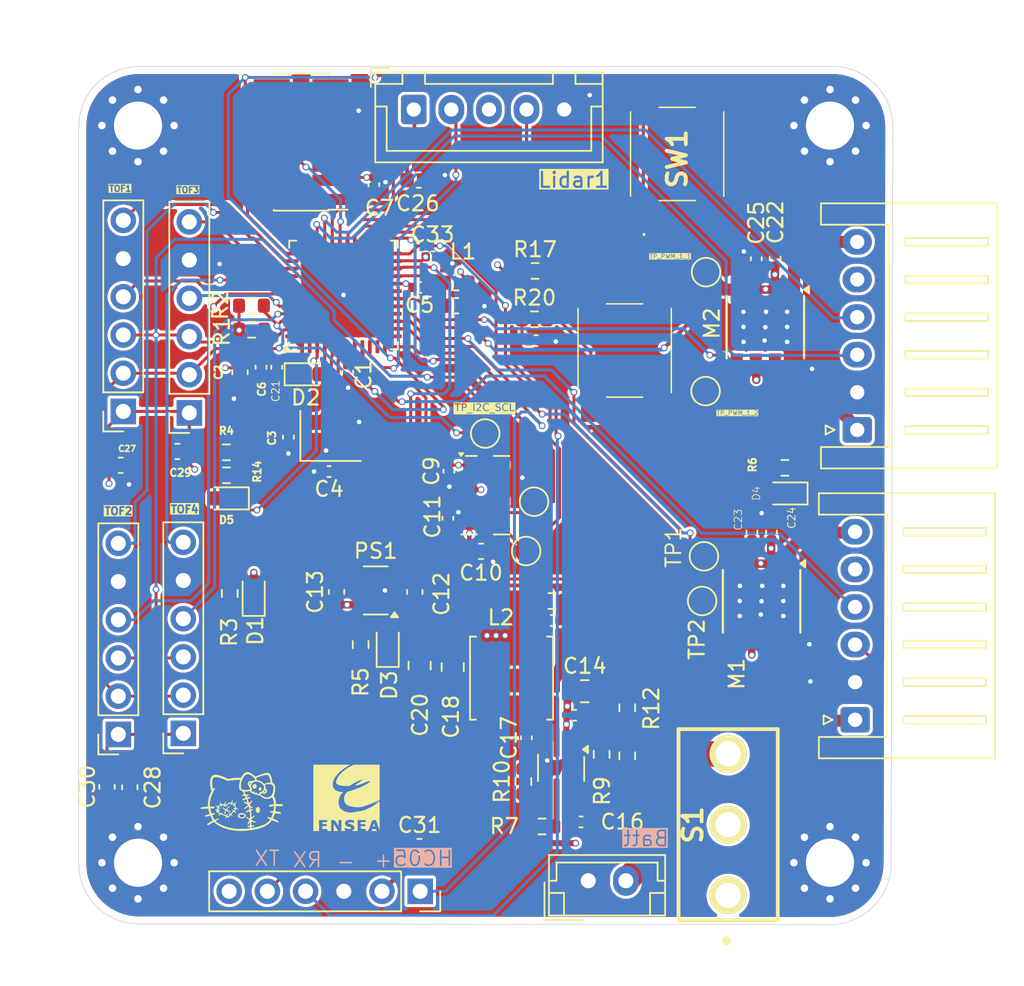
<source format=kicad_pcb>
(kicad_pcb (version 20241229) (generator "pcbnew") (generator_version "9.0")
  (layers (0 "F.Cu" signal) (4 "In1.Cu" power "In1.Cu - GND") (6 "In2.Cu" power "In2.Cu - PWR") (2 "B.Cu" signal) (13 "F.Paste" user) (15 "B.Paste" user) (5 "F.SilkS" user "F.Silkscreen") (7 "B.SilkS" user "B.Silkscreen") (1 "F.Mask" user) (3 "B.Mask" user) (25 "Edge.Cuts" user))
  (net 0 "")
  (net 1 "GND")
  (net 3 "/Capteurs/Bluetooth_USART3_RX")
  (net 4 "/Capteurs/Bluetooth_En")
  (net 5 "/Capteurs/Bluetooth_USART3_TX")
  (net 6 "+5V")
  (net 7 "/µcontrolleur/NRST")
  (net 8 "+3.3V")
  (net 9 "Net-(U1-PF0)")
  (net 10 "Net-(U1-PF1)")
  (net 11 "Net-(U1-VDDA)")
  (net 12 "/Régulateurs/SW")
  (net 13 "+VBAT")
  (net 14 "Net-(IC2-VCC)")
  (net 15 "Net-(C17-Pad1)")
  (net 16 "Net-(C19-Pad1)")
  (net 17 "/µcontrolleur/BOUTON_Chat{slash}Souris")
  (net 18 "Net-(R17-Pad2)")
  (net 19 "Net-(D1-K)")
  (net 20 "/µcontrolleur/STATUS_CHAT_LED")
  (net 21 "Net-(D2-K)")
  (net 22 "Net-(D3-K)")
  (net 23 "Net-(D4-K)")
  (net 24 "V_BATT")
  (net 25 "Net-(D5-K)")
  (net 26 "/µcontrolleur/STATUS_SOURIS_LED")
  (net 27 "/Capteurs/I2C1_SDA")
  (net 28 "/Capteurs/I2C1_SCL")
  (net 29 "/Capteurs/ACC_INT1")
  (net 30 "/Capteurs/ACC_INT2")
  (net 32 "Net-(IC2-FB)")
  (net 33 "Net-(IC2-BST)")
  (net 34 "Net-(IC2-EN{slash}SYNC)")
  (net 35 "Net-(IC2-PG)")
  (net 36 "Net-(J1-Pin_2)")
  (net 39 "/µcontrolleur/VCP_TX")
  (net 40 "/µcontrolleur/SWDIO")
  (net 41 "/µcontrolleur/SWCLK")
  (net 45 "/µcontrolleur/VCP_RX")
  (net 47 "/Capteurs/LIDAR_USART2_RX")
  (net 48 "/Capteurs/M_CTR")
  (net 49 "/Moteur1/Motor1-")
  (net 50 "/Moteur1/PWM_Mot1_CH2")
  (net 51 "/Moteur1/PWM_Mot1_CH1")
  (net 52 "/Moteur1/Motor1+")
  (net 53 "/Moteur2/Motor1-")
  (net 54 "/Moteur2/PWM_Mot1_CH1")
  (net 55 "/Moteur2/PWM_Mot1_CH2")
  (net 56 "/Moteur2/Motor1+")
  (net 57 "/Moteur1/ENC1_PH2")
  (net 58 "/Moteur1/ENC1_PH1")
  (net 59 "/Moteur2/ENC1_PH1")
  (net 60 "/Moteur2/ENC1_PH2")
  (net 63 "/Capteurs/tof1_GPIO")
  (net 64 "/Capteurs/TOF1_XSHUT")
  (net 65 "/Capteurs/tof2_GPIO")
  (net 66 "/Capteurs/TOF2_XSHUT")
  (net 67 "/Capteurs/tof3_GPIO")
  (net 68 "/Capteurs/TOF3_XSHUT")
  (net 69 "/Capteurs/tof4_GPIO")
  (net 70 "/Capteurs/TOF4_XSHUT")
  (footprint "Connector_JST:JST_XH_S6B-XH-A_1x06_P2.50mm_Horizontal" (layer "F.Cu") (at 184.81 91.23 90)
    (property "Reference" "Motor2" (hide yes))
    (property "Value" "Conn_01x06")
  )
  (footprint "Capacitor_SMD:C_0603_1608Metric" (layer "F.Cu") (at 158.15 82.975 180)
    (property "Reference" "C8" (hide yes))
    (property "Value" "10n")
  )
  (footprint "Package_SO:Diodes_SO-8EP" (layer "F.Cu") (at 178.4525 102.62 -90)
    (property "Reference" "M1")
    (property "Value" "ZXBM5210-SP")
  )
  (footprint "TestPoint:TestPoint_Pad_D1.5mm" (layer "F.Cu") (at 174.62 99.63 90)
    (property "Reference" "TP1")
    (property "Value" "TestPoint")
  )
  (footprint "Connector_PinSocket_2.54mm:PinSocket_1x06_P2.54mm_Vertical" (layer "F.Cu") (at 140.41 90.1 180)
    (property "Reference" "TOF3")
    (property "Value" "Conn_01x06")
  )
  (footprint "Connector_PinSocket_2.54mm:PinSocket_1x06_P2.54mm_Vertical" (layer "F.Cu") (at 136.02 90 180)
    (property "Reference" "TOF1")
    (property "Value" "Conn_01x06")
  )
  (footprint "Resistor_SMD:R_0603_1608Metric" (layer "F.Cu") (at 142.8825 94.245)
    (property "Reference" "R14")
    (property "Value" "1k6")
  )
  (footprint "MountingHole:MountingHole_3.2mm_M3_Pad_Via" (layer "F.Cu") (at 137 71)
    (property "Reference" "H1" (hide yes))
    (property "Value" "MountingHole_Pad" (hide yes))
  )
  (footprint "TestPoint:TestPoint_Pad_D1.5mm" (layer "F.Cu") (at 163.325 96)
    (property "Reference" "TP7" (hide yes))
    (property "Value" "TestPoint")
  )
  (footprint "Crystal:Crystal_SMD_EuroQuartz_MT-4Pin_3.2x2.5mm" (layer "F.Cu") (at 149.8 91.63)
    (property "Reference" "Y1" (hide yes))
    (property "Value" "16MHz")
  )
  (footprint "Capacitor_SMD:C_0402_1005Metric" (layer "F.Cu") (at 177.81 98.02 90)
    (property "Reference" "C23")
    (property "Value" "100n")
  )
  (footprint "Capacitor_SMD:C_0402_1005Metric" (layer "F.Cu") (at 179.35 79.83 90)
    (property "Reference" "C22")
    (property "Value" "100n")
  )
  (footprint "Capacitor_SMD:C_0402_1005Metric" (layer "F.Cu") (at 179.11 98.02 -90)
    (property "Reference" "C24")
    (property "Value" "100n")
  )
  (footprint "Capacitor_SMD:C_0603_1608Metric" (layer "F.Cu") (at 134.94 114.955 -90)
    (property "Reference" "C30")
    (property "Value" "1u")
  )
  (footprint "LED_SMD:LED_0603_1608Metric" (layer "F.Cu") (at 153.6 105.5 90)
    (property "Reference" "D3")
    (property "Value" "LED_Small")
  )
  (footprint "Capacitor_SMD:C_0402_1005Metric" (layer "F.Cu") (at 145.18 87.06 90)
    (property "Reference" "C6")
    (property "Value" "100n")
  )
  (footprint "KiCad:1101M2S3QE2" (layer "F.Cu") (at 176.23 117.47)
    (property "Reference" "S1")
    (property "Value" "1101M2S3CQE2" (hide yes))
  )
  (footprint "KiCad:SW Push 1P1T NO 6x6mm H9.5mm" (layer "F.Cu") (at 172.84 72.885 90)
    (property "Reference" "SW1")
    (property "Value" "SW_Push" (hide yes))
  )
  (footprint "Resistor_SMD:R_0603_1608Metric" (layer "F.Cu") (at 164.52 102.6 180)
    (property "Reference" "R13" (hide yes))
    (property "Value" "40k2")
  )
  (footprint "LED_SMD:LED_0603_1608Metric" (layer "F.Cu") (at 144.69 102.1075 90)
    (property "Reference" "D1")
    (property "Value" "LED_Small")
  )
  (footprint "KiCad:SW Push 1P1T NO 6x6mm H9.5mm" (layer "F.Cu") (at 169.35 85.95 90)
    (property "Reference" "ch/sou1" (hide yes))
    (property "Value" "SW_Push" (hide yes))
  )
  (footprint "Package_TO_SOT_SMD:TSOT-23-8_HandSoldering" (layer "F.Cu") (at 165.15 113.69 -90)
    (property "Reference" "IC2" (hide yes))
    (property "Value" "MP1475DJ-LF-P")
  )
  (footprint "Capacitor_SMD:C_0402_1005Metric" (layer "F.Cu") (at 156.6 79.725 180)
    (property "Reference" "C33")
    (property "Value" "100n")
  )
  (footprint "Inductor_SMD:L_APV_ANR5040" (layer "F.Cu") (at 161.83 107.73 90)
    (property "Reference" "L2")
    (property "Value" "4u7")
  )
  (footprint "TestPoint:TestPoint_Pad_D1.5mm" (layer "F.Cu") (at 160.08 91.47 90)
    (property "Reference" "TP6" (hide yes))
    (property "Value" "TestPoint")
  )
  (footprint "Connector_PinSocket_2.54mm:PinSocket_1x06_P2.54mm_Vertical" (layer "F.Cu") (at 140.01 111.4 180)
    (property "Reference" "TOF4")
    (property "Value" "Conn_01x06")
  )
  (footprint "Connector_PinSocket_2.54mm:PinSocket_1x06_P2.54mm_Vertical" (layer "F.Cu") (at 135.69 111.47 180)
    (property "Reference" "TOF2")
    (property "Value" "Conn_01x06")
  )
  (footprint "Resistor_SMD:R_0603_1608Metric" (layer "F.Cu") (at 169.52 109.7 90)
    (property "Reference" "R12")
    (property "Value" "7K68")
  )
  (footprint "Resistor_SMD:R_0603_1608Metric" (layer "F.Cu") (at 167.82 112.8 90)
    (property "Reference" "R9")
    (property "Value" "100K")
  )
  (footprint "Resistor_SMD:R_0603_1608Metric" (layer "F.Cu") (at 144.55 84.57)
    (property "Reference" "R1")
    (property "Value" "2k2")
  )
  (footprint "Connector_PinHeader_1.27mm:PinHeader_2x07_P1.27mm_Vertical_SMD" (layer "F.Cu") (at 147.84 72.1 180)
    (property "Reference" "J11" (hide yes))
    (property "Value" "Conn_ST_STDC14")
  )
  (footprint "Inductor_SMD:L_0603_1608Metric" (layer "F.Cu") (at 158.1475 81.44 180)
    (property "Reference" "L1")
    (property "Value" "39n")
  )
  (footprint "Resistor_SMD:R_0603_1608Metric" (layer "F.Cu") (at 163.395 80.66)
    (property "Reference" "R17")
    (property "Value" "10k")
  )
  (footprint "Capacitor_SMD:C_0603_1608Metric" (layer "F.Cu") (at 155.66 74.62)
    (property "Reference" "C26")
    (property "Value" "1u")
  )
  (footprint "Capacitor_SMD:C_0402_1005Metric" (layer "F.Cu") (at 164.535 103.9 180)
    (property "Reference" "C19" (hide yes))
    (property "Value" "15p")
  )
  (footprint "MountingHole:MountingHole_3.2mm_M3_Pad_Via" (layer "F.Cu") (at 137 120)
    (property "Reference" "H3" (hide yes))
    (property "Value" "MountingHole_Pad" (hide yes))
  )
  (footprint "Capacitor_SMD:C_0402_1005Metric" (layer "F.Cu") (at 157.6 97.1 -90)
    (property "Reference" "C11")
    (property "Value" "100n")
  )
  (footprint "Capacitor_SMD:C_0603_1608Metric" (layer "F.Cu") (at 139.62 92.66 180)
    (property "Reference" "C29")
    (property "Value" "1u")
  )
  (footprint "Capacitor_SMD:C_0603_1608Metric" (layer "F.Cu") (at 150.2 102 -90)
    (property "Reference" "C13")
    (property "Value" "1u")
  )
  (footprint "Resistor_SMD:R_0603_1608Metric" (layer "F.Cu") (at 169.52 112.9 90)
    (property "Reference" "R11" (hide yes))
    (property "Value" "16k")
  )
  (footprint "Package_LGA:LGA-14_3x5mm_P0.8mm_LayoutBorder1x6y" (layer "F.Cu") (at 160.09 95.57)
    (property "Reference" "IC1" (hide yes))
    (property "Value" "ADXL343BCCZ-RL")
  )
  (footprint "Capacitor_SMD:C_0402_1005Metric" (layer "F.Cu") (at 146.22 87.06 90)
    (property "Reference" "C21")
    (property "Value" "100n")
  )
  (footprint "Capacitor_SMD:C_0603_1608Metric" (layer "F.Cu") (at 143.78 87.4 90)
    (property "Reference" "C2")
    (property "Value" "4u7")
  )
  (footprint "Package_SO:Diodes_SO-8EP" (layer "F.Cu") (at 178.7025 84.4 -90)
    (property "Reference" "M2")
    (property "Value" "ZXBM5210-SP")
  )
  (footprint "MountingHole:MountingHole_3.2mm_M3_Pad_Via" (layer "F.Cu") (at 183 71)
    (property "Reference" "H2" (hide yes))
    (property "Value" "MountingHole_Pad" (hide yes))
  )
  (footprint "Capacitor_SMD:C_0603_1608Metric" (layer "F.Cu") (at 159.8 99.3 180)
    (property "Reference" "C10")
    (property "Value" "10u")
  )
  (footprint "Capacitor_SMD:C_0402_1005Metric" (layer "F.Cu") (at 178.1 79.85 -90)
    (property "Reference" "C25")
    (property "Value" "100n")
  )
  (footprint "Capacitor_SMD:C_0402_1005Metric" (layer "F.Cu") (at 166.45 117.29)
    (property "Reference" "C16")
    (property "Value" "100n")
  )
  (footprint "Capacitor_SMD:C_0805_2012Metric" (layer "F.Cu") (at 166.7 108.6)
    (property "Reference" "C14")
    (property "Value" "22u")
  )
  (footprint "Capacitor_SMD:C_0402_1005Metric" (layer "F.Cu") (at 163.455 85.3)
    (property "Reference" "C32" (hide yes))
    (property "Value" "100n")
  )
  (footprint "Package_DFN_QFN:QFN-48-1EP_7x7mm_P0.5mm_EP5.6x5.6mm" (layer "F.Cu") (at 150.66 82.26 90)
    (property "Reference" "U1" (hide yes))
    (property "Value" "STM32G431CBUx")
  )
  (footprint "Resistor_SMD:R_0603_1608Metric" (layer "F.Cu") (at 142.875 92.72)
    (property "Reference" "R4")
    (property "Value" "600")
  )
  (footprint "MountingHole:MountingHole_3.2mm_M3_Pad_Via" (layer "F.Cu") (at 183 120)
    (property "Reference" "H4" (hide yes))
    (property "Value" "MountingHole_Pad" (hide yes))
  )
  (footprint "LED_SMD:LED_0603_1608Metric" (layer "F.Cu") (at 148.2325 87.53)
    (property "Reference" "D2")
    (property "Value" "LED_Small")
  )
  (footprint "Resistor_SMD:R_0603_1608Metric" (layer "F.Cu") (at 162.62 114.6 90)
    (property "Reference" "R10")
    (property "Value" "20k")
  )
  (footprint "Resistor_SMD:R_0603_1608Metric" (layer "F.Cu") (at 180.005 93.75)
    (property "Reference" "R6")
    (property "Value" "4k5")
  )
  (footprint "TestPoint:TestPoint_Pad_D1.5mm" (layer "F.Cu") (at 174.5 102.6 90)
    (property "Reference" "TP2")
    (property "Value" "TestPoint")
  )
  (footprint "Package_SO:TSOP-5_1.65x3.05mm_P0.95mm" (layer "F.Cu") (at 152.8 101.9 180)
    (property "Reference" "PS1")
    (property "Value" "BU33SD5WG-TR")
  )
  (footprint "Capacitor_SMD:C_0402_1005Metric" (layer "F.Cu") (at 152.675 74.925 90)
    (property "Reference" "C7")
    (property "Value" "100n")
  )
  (footprint "TestPoint:TestPoint_Pad_D1.5mm" (layer "F.Cu") (at 174.76 80.74 -90)
    (property "Reference" "TP3" (hide yes))
    (property "Value" "TestPoint")
  )
  (footprint "Capacitor_SMD:C_0402_1005Metric" (layer "F.Cu") (at 155.72 81.76 180)
    (property "Reference" "C5")
    (property "Value" "100n")
  )
  (footprint "Resistor_SMD:R_0603_1608Metric" (layer "F.Cu") (at 144.54 82.97)
    (property "Reference" "R2")
    (property "Value" "2k2")
  )
  (footprint "Capacitor_SMD:C_0603_1608Metric" (layer "F.Cu") (at 155.715 118.93)
    (property "Reference" "C31")
    (property "Value" "1u")
  )
  (footprint "Resistor_SMD:R_0603_1608Metric" (layer "F.Cu") (at 163.35 83.875)
    (property "Reference" "R20")
    (property "Value" "10K")
  )
  (footprint "TestPoint:TestPoint_Pad_D1.5mm" (layer "F.Cu") (at 174.73 88.65 -90)
    (property "Reference" "TP_PWM_1_2")
    (property "Value" "TestPoint")
  )
  (footprint "Resistor_SMD:R_0603_1608Metric" (layer "F.Cu") (at 151.8 105.5 -90)
    (property "Reference" "R5")
    (property "Value" "2k3")
  )
  (footprint "Capacitor_SMD:C_0805_2012Metric" (layer "F.Cu") (at 155.72 106.9 -90)
    (property "Reference" "C20")
    (property "Value" "22u")
  )
  (footprint "LED_SMD:LED_0603_1608Metric" (layer "F.Cu") (at 180.0225 95.455 180)
    (property "Reference" "D4")
    (property "Value" "LED_Small")
  )
  (footprint "Capacitor_SMD:C_0603_1608Metric" (layer "F.Cu") (at 155.4 102 90)
    (property "Reference" "C12")
    (property "Value" "1u")
  )
  (footprint "Capacitor_SMD:C_0402_1005Metric" (layer "F.Cu") (at 162.82 111.7 90)
    (property "Reference" "C17")
    (property "Value" "100n")
  )
  (footprint "Capacitor_SMD:C_0603_1608Metric" (layer "F.Cu") (at 135.85 93.58)
    (property "Reference" "C27")
    (property "Value" "1u")
  )
  (footprint "Capacitor_SMD:C_0603_1608Metric" (layer "F.Cu") (at 136.45 114.99 -90)
    (property "Reference" "C28")
    (property "Value" "1u")
  )
  (footprint "Connector_JST:JST_XH_S6B-XH-A_1x06_P2.50mm_Horizontal" (layer "F.Cu") (at 184.67 110.5 90)
    (property "Reference" "Motor1" (hide yes))
    (property "Value" "Conn_01x06")
  )
  (footprint "Capacitor_SMD:C_0805_2012Metric" (layer "F.Cu") (at 157.92 107 -90)
    (property "Reference" "C18")
    (property "Value" "22u")
  )
  (footprint "Capacitor_SMD:C_0402_1005Metric" (layer "F.Cu") (at 166.02 110.2)
    (property "Reference" "C15" (hide yes))
    (property "Value" "100n")
  )
  (footprint "Capacitor_SMD:C_0402_1005Metric" (layer "F.Cu") (at 149.7 94 180)
    (property "Reference" "C4")
    (property "Value" "10p")
  )
  (footprint "Capacitor_SMD:C_0402_1005Metric" (layer "F.Cu") (at 157.67 93.97 90)
    (property "Reference" "C9")
    (property "Value" "100n")
  )
  (footprint "LOGO" (layer "F.Cu") (at 151.008776 115.44655)
    (property "Reference" "G***" (hide yes))
    (property "Value" "LOGO" (hide yes))
  )
  (footprint "Resistor_SMD:R_0603_1608Metric" (layer "F.Cu") (at 163.85 117.59)
    (property "Reference" "R7")
    (property "Value" "100K")
  )
  (footprint "Capacitor_SMD:C_0402_1005Metric" (layer "F.Cu") (at 147 91.71 -90)
    (property "Reference" "C3")
    (property "Value" "10p")
  )
  (footprint "Connector_JST:JST_XH_B5B-XH-A_1x05_P2.50mm_Vertical" (layer "F.Cu") (at 155.33 69.93)
    (property "Reference" "Lidar1")
    (property "Value" "Conn_01x05")
  )
  (footprint "KiCad:logo hello" (layer "F.Cu") (at 143.97 116.08)
    (property "Reference" "HelloKitty" (hide yes))
    (property "Value" "L" (hide yes))
  )
  (footprint "LED_SMD:LED_0603_1608Metric" (layer "F.Cu") (at 142.8825 95.78 180)
    (property "Reference" "D5")
    (property "Value" "LED_Small")
  )
  (footprint "Resistor_SMD:R_0603_1608Metric" (layer "F.Cu") (at 143.1 102.1 -90)
    (property "Reference" "R3")
    (property "Value" "600")
  )
  (footprint "Capacitor_SMD:C_0402_1005Metric" (layer "F.Cu") (at 150.94 87.4 -90)
    (property "Reference" "C1")
    (property "Value" "100n")
  )
  (footprint "Connector_JST:JST_EH_B2B-EH-A_1x02_P2.50mm_Vertical" (layer "F.Cu") (at 166.93 121.2)
    (property "Reference" "J1" (hide yes))
    (property "Value" "Conn_Battery_Cell")
  )
  (footprint "Connector_PinSocket_2.54mm:PinSocket_1x06_P2.54mm_Vertical" (layer "F.Cu") (at 155.76 121.9 -90)
    (property "Reference" "Bluetooth1" (hide yes))
    (property "Value" "Conn_01x06")
  )
  (footprint "TestPoint:TestPoint_Pad_D1.5mm" (layer "F.Cu") (at 162.8 99.28)
    (property "Reference" "TP8" (hide yes))
    (property "Value" "TestPoint")
  )
  (gr_arc (start 183.174069 67.06875) (mid 186.002531 68.24031) (end 187.174069 71.06875) (stroke (width 0.05)) (layer "Edge.Cuts"))
  (gr_line (start 137.06 67.07) (end 183.181573 67.07) (stroke (width 0.05)) (layer "Edge.Cuts"))
  (gr_arc (start 133.06 71.07) (mid 134.231573 68.241573) (end 137.06 67.07) (stroke (width 0.05)) (layer "Edge.Cuts"))
  (gr_line (start 187.174149 71.06875) (end 187.064617 120.035383) (stroke (width 0.05)) (layer "Edge.Cuts"))
  (gr_line (start 137.06 124.07) (end 183.00177 124.11) (stroke (width 0.05)) (layer "Edge.Cuts"))
  (gr_arc (start 137.06 124.07) (mid 134.231573 122.898427) (end 133.06 120.07) (stroke (width 0.05)) (layer "Edge.Cuts"))
  (gr_arc (start 187.064617 120.035383) (mid 185.875354 122.912419) (end 183.00177 124.11) (stroke (width 0.05)) (layer "Edge.Cuts"))
  (gr_line (start 133.06 120.07) (end 133.06 71.07) (stroke (width 0.05)) (layer "Edge.Cuts"))
  (gr_text "TP_PWM_1_1" (at 172.38 79.69 0) (layer "F.SilkS" knockout) (effects (font (size 0.3 0.3) (thickness 0.0375))))
  (gr_text "TP_I2C_SCL\n" (at 158.03 90.06 0) (layer "F.SilkS" knockout) (effects (font (size 0.5 0.5) (thickness 0.05)) (justify left bottom)))
  (gr_text "RX" (at 149.3 120.4 0) (layer "B.SilkS") (effects (font (size 1 1) (thickness 0.1)) (justify left bottom mirror)))
  (gr_text "+" (at 154 120.4 0) (layer "B.SilkS") (effects (font (size 1 1) (thickness 0.1)) (justify left bottom mirror)))
  (gr_text "TX" (at 146.5 120.3 0) (layer "B.SilkS") (effects (font (size 1 1) (thickness 0.1)) (justify left bottom mirror)))
  (gr_text "Batt\n" (at 172.36 118.98 0) (layer "B.SilkS" knockout) (effects (font (size 1 1) (thickness 0.1)) (justify left bottom mirror)))
  (gr_text "-" (at 151.5 120.5 0) (layer "B.SilkS") (effects (font (size 1 1) (thickness 0.1)) (justify left bottom mirror)))
  (gr_text "HC05" (at 158 120.3 0) (layer "B.SilkS" knockout) (effects (font (size 1 1) (thickness 0.1)) (justify left bottom mirror)))
  (segment (start 178.4 97.54) (end 178.4 96.82) (width 0.2) (layer "F.Cu") (net 1))
  (segment (start 138.845 92.66) (end 138.845 94.535) (width 0.2) (layer "F.Cu") (net 1))
  (segment (start 142.425 80.2) (end 142.165 79.94) (width 0.2) (layer "F.Cu") (net 1))
  (segment (start 151.219536 69.56) (end 149.79 69.56) (width 0.25) (layer "F.Cu") (net 1))
  (segment (start 157.07 74.62) (end 157.4 74.29) (width 0.2) (layer "F.Cu") (net 1))
  (segment (start 164.725 85.3) (end 164.775 85.35) (width 0.2) (layer "F.Cu") (net 1))
  (segment (start 134.94 115.73) (end 136.415 115.73) (width 0.2) (layer "F.Cu") (net 1))
  (segment (start 180.3575 105.1175) (end 181.2675 105.1175) (width 0.2) (layer "F.Cu") (net 1))
  (segment (start 165.33 69.93) (end 166.07 69.93) (width 0.25) (layer "F.Cu") (net 1))
  (segment (start 142.165 79.94) (end 140.41 79.94) (width 0.2) (layer "F.Cu") (net 1))
  (segment (start 144.415 87.54) (end 143.78 88.175) (width 0.2) (layer "F.Cu") (net 1))
  (segment (start 178.1 79.37) (end 179.33 79.37) (width 0.2) (layer "F.Cu") (net 1))
  (segment (start 156.435 74.62) (end 157.07 74.62) (width 0.2) (layer "F.Cu") (net 1))
  (segment (start 136.375 93.83) (end 136.375 94.825) (width 0.2) (layer "F.Cu") (net 1))
  (segment (start 158.925 82.975) (end 160 82.975) (width 0.2) (layer "F.Cu") (net 1))
  (segment (start 153.435983 74.757718) (end 152.788701 75.405) (width 0.2) (layer "F.Cu") (net 1))
  (segment (start 181.7 107.95) (end 181.81 108.06) (width 0.25) (layer "F.Cu") (net 1))
  (segment (start 151.667268 70.007732) (end 151.219536 69.56) (width 0.25) (layer "F.Cu") (net 1))
  (segment (start 136.02 79.84) (end 140.32 79.84) (width 0.2) (layer "F.Cu") (net 1))
  (segment (start 149.5 92.6) (end 148.77 92.6) (width 0.2) (layer "F.Cu") (net 1))
  (segment (start 150.94 87.88) (end 150.94 88.39) (width 0.2) (layer "F.Cu") (net 1))
  (segment (start 159.09 95.97) (end 159.973032 95.97) (width 0.2) (layer "F.Cu") (net 1))
  (segment (start 157.372301 79.639765) (end 157.165235 79.639765) (width 0.2) (layer "F.Cu") (net 1))
  (segment (start 181.81 108.06) (end 184.91 108.06) (width 0.25) (layer "F.Cu") (net 1))
  (segment (start 153.45 74.757718) (end 153.435983 74.757718) (width 0.2) (layer "F.Cu") (net 1))
  (segment (start 161.96 94.4) (end 161.93 94.37) (width 0.2) (layer "F.Cu") (net 1))
  (segment (start 136.375 94.825) (end 136.4 94.85) (width 0.2) (layer "F.Cu") (net 1))
  (segment (start 160 82.975) (end 160.025 83) (width 0.2) (layer "F.Cu") (net 1))
  (segment (start 143.78 88.175) (end 143.78 88.745) (width 0.2) (layer "F.Cu") (net 1))
  (segment (start 136.45 115.765) (end 136.45 117.05) (width 0.2) (layer "F.Cu") (net 1))
  (segment (start 163.935 85.3) (end 164.725 85.3) (width 0.2) (layer "F.Cu") (net 1))
  (segment (start 145.18 87.54) (end 144.415 87.54) (width 0.2) (layer "F.Cu") (net 1))
  (segment (start 177.81 97.54) (end 178.4 97.54) (width 0.2) (layer "F.Cu") (net 1))
  (segment (start 138.845 94.535) (end 138.87 94.56) (width 0.2) (layer "F.Cu") (net 1))
  (segment (start 149.79 73.37) (end 149.79 72.1) (width 0.2) (layer "F.Cu") (net 1))
  (segment (start 178.4 96.82) (end 178.46 96.76) (width 0.2) (layer "F.Cu") (net 1))
  (segment (start 162.549 94.4) (end 161.96 94.4) (width 0.2) (layer "F.Cu") (net 1))
  (segment (start 156.2 82.4) (end 156.2 81.76) (width 0.2) (layer "F.Cu") (net 1))
  (segment (start 148.7 94) (end 149.22 94) (width 0.25) (layer "F.Cu") (net 1))
  (segment (start 177.27 79.37) (end 178.1 79.37) (width 0.2) (layer "F.Cu") (net 1))
  (segment (start 159.09 96.77) (end 159.09 95.97) (width 0.2) (layer "F.Cu") (net 1))
  (segment (start 166.07 69.93) (end 167.025 68.975) (width 0.25) (layer "F.Cu") (net 1))
  (segment (start 181.2675 105.1175) (end 181.63 105.48) (width 0.2) (layer "F.Cu") (net 1))
  (segment (start 142.05 92.72) (end 142.05 94.2375) (width 0.2) (layer "F.Cu") (net 1))
  (segment (start 153.41 101.9) (end 153.96 101.9) (width 0.25) (layer "F.Cu") (net 1))
  (segment (start 141.7425 94.56) (end 142.0575 94.245) (width 0.2) (layer "F.Cu") (net 1))
  (segment (start 161.93 94.37) (end 161.09 94.37) (width 0.2) (layer "F.Cu") (net 1))
  (segment (start 178.4 97.54) (end 179.11 97.54) (width 0.2) (layer "F.Cu") (net 1))
  (segment (start 161.09 94.37) (end 161.09 95.17) (width 0.2) (layer "F.Cu") (net 1))
  (segment (start 159.09 94.37) (end 161.09 94.37) (width 0.2) (layer "F.Cu") (net 1))
  (segment (start 180.6075 86.8975) (end 181.5375 86.8975) (width 0.2) (layer "F.Cu") (net 1))
  (segment (start 143.78 88.745) (end 143.375 89.15) (width 0.2) (layer "F.Cu") (net 1))
  (segment (start 137.605 94.56) (end 138.87 94.56) (width 0.2) (layer "F.Cu") (net 1))
  (segment (start 138.87 94.56) (end 141.7425 94.56) (width 0.2) (layer "F.Cu") (net 1))
  (segment (start 157.891268 80.158732) (end 157.372301 79.639765) (width 0.2) (layer "F.Cu") (net 1))
  (segment (start 156.175707 82.425706) (end 156.175707 82.424293) (width 0.2) (layer "F.Cu") (net 1))
  (segment (start 150.94 88.39) (end 150.975 88.425) (width 0.2) (layer "F.Cu") (net 1))
  (segment (start 159.09 94.37) (end 157.75 94.37) (width 0.3) (layer "F.Cu") (net 1))
  (segment (start 156.175707 82.424293) (end 156.2 82.4) (width 0.2) (layer "F.Cu") (net 1))
  (segment (start 145.18 87.54) (end 146.22 87.54) (width 0.2) (layer "F.Cu") (net 1))
  (segment (start 181.5375 86.8975) (end 181.81 87.17) (width 0.2) (layer "F.Cu") (net 1))
  (segment (start 136.625 93.58) (end 137.605 94.56) (width 0.2) (layer "F.Cu") (net 1))
  (segment (start 159.973032 95.97) (end 160.773032 95.17) (width 0.2) (layer "F.Cu") (net 1))
  (via (at 178.75 83.38) (size 0.45) (drill 0.3) (layers "F.Cu" "B.Cu") (net 1))
  (via (at 164.775 85.35) (size 0.45) (drill 0.3) (layers "F.Cu" "B.Cu") (net 1))
  (via (at 180.15 85.38) (size 0.45) (drill 0.3) (layers "F.Cu" "B.Cu") (net 1))
  (via (at 162.549 94.4) (size 0.45) (drill 0.3) (layers "F.Cu" "B.Cu") (net 1))
  (via (at 177 103.6) (size 0.45) (drill 0.3) (layers "F.Cu" "B.Cu") (net 1))
  (via (at 177 101.6) (size 0.45) (drill 0.3) (layers "F.Cu" "B.Cu") (net 1))
  (via (at 180.15 83.38) (size 0.45) (drill 0.3) (layers "F.Cu" "B.Cu") (net 1))
  (via (at 158.3 96.7) (size 0.45) (drill 0.3) (layers "F.Cu" "B.Cu") (net 1))
  (via (at 150.975 88.425) (size 0.45) (drill 0.3) (layers "F.Cu" "B.Cu") (net 1))
  (via (at 178.46 96.76) (size 0.45) (drill 0.3) (layers "F.Cu" "B.Cu") (net 1))
  (via (at 179.9 103.6) (size 0.45) (drill 0.3) (layers "F.Cu" "B.Cu") (net 1))
  (via (at 180.15 84.38) (size 0.45) (drill 0.3) (layers "F.Cu" "B.Cu") (net 1))
  (via (at 149.5 92.6) (size 0.45) (drill 0.3) (layers "F.Cu" "B.Cu") (net 1))
  (via (at 179.9 102.6) (size 0.45) (drill 0.3) (layers "F.Cu" "B.Cu") (net 1))
  (via (at 167.025 68.975) (size 0.45) (drill 0.3) (layers "F.Cu" "B.Cu") (net 1))
  (via (at 151.667268 70.007732) (size 0.45) (drill 0.3) (layers "F.Cu" "B.Cu") (net 1))
  (via (at 177.25 85.38) (size 0.45) (drill 0.3) (layers "F.Cu" "B.Cu") (net 1))
  (via (at 153.45 74.757718) (size 0.45) (drill 0.3) (layers "F.Cu" "B.Cu") (net 1))
  (via (at 160.6 100) (size 0.45) (drill 0.3) (layers "F.Cu" "B.Cu") (net 1))
  (via (at 147 92.8) (size 0.45) (drill 0.3) (layers "F.Cu" "B.Cu") (net 1))
  (via (at 151.7 90.7) (size 0.45) (drill 0.3) (layers "F.Cu" "B.Cu") (net 1))
  (via (at 142.425 80.2) (size 0.45) (drill 0.3) (layers "F.Cu" "B.Cu") (net 1))
  (via (at 157.4 74.29) (size 0.45) (drill 0.3) (layers "F.Cu" "B.Cu") (net 1))
  (via (at 156.175707 82.425706) (size 0.45) (drill 0.3) (layers "F.Cu" "B.Cu") (net 1))
  (via (at 181.63 105.48) (size 0.45) (drill 0.3) (layers "F.Cu" "B.Cu") (net 1))
  (via (at 177.27 79.37) (size 0.45) (drill 0.3) (layers "F.Cu" "B.Cu") (net 1))
  (via (at 177.25 83.38) (size 0.45) (drill 0.3) (layers "F.Cu" "B.Cu") (net 1))
  (via (at 181.7 107.95) (size 0.45) (drill 0.3) (layers "F.Cu" "B.Cu") (net 1))
  (via (at 178.65 85.28) (size 0.45) (drill 0.3) (layers "F.Cu" "B.Cu") (net 1))
  (via (at 153.41 101.9) (size 0.45) (drill 0.3) (layers "F.Cu" "B.Cu") (net 1))
  (via (at 148.7 94) (size 0.45) (drill 0.3) (layers "F.Cu" "B.Cu") (net 1))
  (via (at 177.25 84.38) (size 0.45) (drill 0.3) (layers "F.Cu" "B.Cu") (net 1))
  (via (at 178.4525 102.62) (size 0.45) (drill 0.3) (layers "F.Cu" "B.Cu") (net 1))
  (via (at 181.81 87.17) (size 0.45) (drill 0.3) (layers "F.Cu" "B.Cu") (net 1))
  (via (at 178.7025 84.4) (size 0.45) (drill 0.3) (layers "F.Cu" "B.Cu") (net 1))
  (via (at 179.9 101.6) (size 0.45) (drill 0.3) (layers "F.Cu" "B.Cu") (net 1))
  (via (at 150.66 82.26) (size 0.45) (drill 0.3) (layers "F.Cu" "B.Cu") (net 1))
  (via (at 160.025 83) (size 0.45) (drill 0.3) (layers "F.Cu" "B.Cu") (net 1))
  (via (at 157.7 95) (size 0.45) (drill 0.3) (layers "F.Cu" "B.Cu") (net 1))
  (via (at 143.375 89.15) (size 0.45) (drill 0.3) (layers "F.Cu" "B.Cu") (net 1))
  (via (at 178.4 103.5) (size 0.45) (drill 0.3) (layers "F.Cu" "B.Cu") (net 1))
  (via (at 136.4 94.85) (size 0.45) (drill 0.3) (layers "F.Cu" "B.Cu") (net 1))
  (via (at 177 102.6) (size 0.45) (drill 0.3) (layers "F.Cu" "B.Cu") (net 1))
  (via (at 178.5 101.6) (size 0.45) (drill 0.3) (layers "F.Cu" "B.Cu") (net 1))
  (via (at 157.891268 80.158732) (size 0.45) (drill 0.3) (layers "F.Cu" "B.Cu") (net 1))
  (via (at 164.2 113.2) (size 0.45) (drill 0.3) (layers "F.Cu" "B.Cu") (net 1))
  (segment (start 164.793 89.691023) (end 161.425 86.323023) (width 0.2) (layer "F.Cu") (net 3))
  (segment (start 164.792 91.572223) (end 164.792 90.459977) (width 0.2) (layer "F.Cu") (net 3))
  (segment (start 157.070438 78.990002) (end 155.593998 78.990002) (width 0.2) (layer "F.Cu") (net 3))
  (segment (start 164.791 91.573223) (end 164.792 91.572223) (width 0.2) (layer "F.Cu") (net 3))
  (segment (start 164.791 91.625) (end 164.791 91.573223) (width 0.2) (layer "F.Cu") (net 3))
  (segment (start 155.593998 78.990002) (end 155.057318 79.526682) (width 0.2) (layer "F.Cu") (net 3))
  (segment (start 164.792 90.459977) (end 164.793 90.458977) (width 0.2) (layer "F.Cu") (net 3))
  (segment (start 155.057318 79.526682) (end 154.114182 79.526682) (width 0.2) (layer "F.Cu") (net 3))
  (segment (start 164.793 90.458977) (end 164.793 89.691023) (width 0.2) (layer "F.Cu") (net 3))
  (segment (start 161.425 86.323023) (end 161.425 82.95) (width 0.2) (layer "F.Cu") (net 3))
  (segment (start 164.914587 91.625) (end 164.791 91.625) (width 0.2) (layer "F.Cu") (net 3))
  (segment (start 164.924304 91.634717) (end 164.914587 91.625) (width 0.2) (layer "F.Cu") (net 3))
  (via (at 161.425 82.95) (size 0.45) (drill 0.3) (layers "F.Cu" "B.Cu") (net 3))
  (via (at 164.924304 91.634717) (size 0.45) (drill 0.3) (layers "F.Cu" "B.Cu") (net 3))
  (via (at 157.070438 78.990002) (size 0.45) (drill 0.3) (layers "F.Cu" "B.Cu") (net 3))
  (segment (start 164.875 91.666) (end 164.875 119.25) (width 0.2) (layer "B.Cu") (net 3))
  (segment (start 164.906283 91.634717) (end 164.875 91.666) (width 0.2) (layer "B.Cu") (net 3))
  (segment (start 160.635474 123.489526) (end 149.720022 123.480022) (width 0.2) (layer "B.Cu") (net 3))
  (segment (start 149.720022 123.480022) (end 148.14 121.9) (width 0.2) (layer "B.Cu") (net 3))
  (segment (start 157.070438 78.990002) (end 157.465002 78.990002) (width 0.2) (layer "B.Cu") (net 3))
  (segment (start 164.875 119.25) (end 160.635474 123.489526) (width 0.2) (layer "B.Cu") (net 3))
  (segment (start 164.924304 91.634717) (end 164.906283 91.634717) (width 0.2) (layer "B.Cu") (net 3))
  (segment (start 157.465002 78.990002) (end 161.425 82.95) (width 0.2) (layer "B.Cu") (net 3))
  (segment (start 163.863082 90.920618) (end 159.067459 86.124995) (width 0.2) (layer "F.Cu") (net 4))
  (segment (start 155.2725 85.6975) (end 153.41 85.6975) (width 0.2) (layer "F.Cu") (net 4))
  (segment (start 159.067459 86.124995) (end 155.699995 86.124995) (width 0.2) (layer "F.Cu") (net 4))
  (segment (start 155.699995 86.124995) (end 155.2725 85.6975) (width 0.2) (layer "F.Cu") (net 4))
  (segment (start 163.863082 90.954036) (end 163.863082 90.920618) (width 0.2) (layer "F.Cu") (net 4))
  (via (at 163.863082 90.954036) (size 0.45) (drill 0.3) (layers "F.Cu" "B.Cu") (net 4))
  (segment (start 162.487318 90.037681) (end 162.024 90.500999) (width 0.2) (layer "B.Cu") (net 4))
  (segment (start 162.024 90.500999) (end 162.024 117.316) (width 0.2) (layer "B.Cu") (net 4))
  (segment (start 163.438996 90.52995) (end 163.428173 90.52995) (width 0.2) (layer "B.Cu") (net 4))
  (segment (start 163.428173 90.52995) (end 163.12005 90.221827) (width 0.2) (layer "B.Cu") (net 4))
  (segment (start 163.863082 90.954036) (end 163.438996 90.52995) (width 0.2) (layer "B.Cu") (net 4))
  (segment (start 157.44 121.9) (end 155.76 121.9) (width 0.2) (layer "B.Cu") (net 4))
  (segment (start 162.024 117.316) (end 157.44 121.9) (width 0.2) (layer "B.Cu") (net 4))
  (segment (start 163.12005 90.211004) (end 162.946727 90.037681) (width 0.2) (layer "B.Cu") (net 4))
  (segment (start 163.12005 90.221827) (end 163.12005 90.211004) (width 0.2) (layer "B.Cu") (net 4))
  (segment (start 162.946727 90.037681) (end 162.487318 90.037681) (width 0.2) (layer "B.Cu") (net 4))
  (segment (start 152.5 93.675) (end 147.575 98.6) (width 0.2) (layer "F.Cu") (net 5))
  (segment (start 155.123531 88.853294) (end 155.125 88.854763) (width 0.2) (layer "F.Cu") (net 5))
  (segment (start 147.575 119.925) (end 145.6 121.9) (width 0.2) (layer "F.Cu") (net 5))
  (segment (start 155.124531 88.825) (end 155.123531 88.826) (width 0.2) (layer "F.Cu") (net 5))
  (segment (start 147.575 98.6) (end 147.575 119.925) (width 0.2) (layer "F.Cu") (net 5))
  (segment (start 155.125 93.675) (end 152.5 93.675) (width 0.2) (layer "F.Cu") (net 5))
  (segment (start 155.123531 88.826) (end 155.123531 88.853294) (width 0.2) (layer "F.Cu") (net 5))
  (segment (start 156.636 80.411) (end 154.649798 80.411) (width 0.2) (layer "F.Cu") (net 5))
  (segment (start 155.125 88.854763) (end 155.125 93.675) (width 0.2) (layer "F.Cu") (net 5))
  (segment (start 154.624798 80.436) (end 154.1715 80.436) (width 0.2) (layer "F.Cu") (net 5))
  (segment (start 154.649798 80.411) (end 154.624798 80.436) (width 0.2) (layer "F.Cu") (net 5))
  (segment (start 154.1715 80.436) (end 154.0975 80.51) (width 0.2) (layer "F.Cu") (net 5))
  (segment (start 156.675 80.45) (end 156.636 80.411) (width 0.2) (layer "F.Cu") (net 5))
  (via (at 155.124531 88.825) (size 0.45) (drill 0.3) (layers "F.Cu" "B.Cu") (net 5))
  (via (at 156.675 80.45) (size 0.45) (drill 0.3) (layers "F.Cu" "B.Cu") (net 5))
  (segment (start 155.124531 88.825) (end 157.339588 88.825) (width 0.2) (layer "B.Cu") (net 5))
  (segment (start 157.339588 88.825) (end 157.725 88.439588) (width 0.2) (layer "B.Cu") (net 5))
  (segment (start 157.725 81.5) (end 156.675 80.45) (width 0.2) (layer "B.Cu") (net 5))
  (segment (start 157.725 88.439588) (end 157.725 81.5) (width 0.2) (layer "B.Cu") (net 5))
  (segment (start 155.375 71.5) (end 154.885 71.99) (width 0.25) (layer "F.Cu") (net 6))
  (segment (start 152.7 101.3) (end 152.7 102.6) (width 0.2) (layer "F.Cu") (net 6))
  (segment (start 152.7 102.6) (end 152.95 102.85) (width 0.2) (layer "F.Cu") (net 6))
  (segment (start 153.96 100.95) (end 153.05 100.95) (width 0.2) (layer "F.Cu") (net 6))
  (segment (start 153.96 102.85) (end 153.96 104.3525) (width 0.4) (layer "F.Cu") (net 6))
  (segment (start 153.96 102.85) (end 155.325 102.85) (width 0.5) (layer "F.Cu") (net 6))
  (segment (start 155.375 71.5) (end 155.375 69.975) (width 0.25) (layer "F.Cu") (net 6))
  (segment (start 153.96 104.3525) (end 153.6 104.7125) (width 0.4) (layer "F.Cu") (net 6))
  (segment (start 154.94 120.18) (end 153.22 121.9) (width 0.3) (layer "F.Cu") (net 6))
  (segment (start 154.94 118.93) (end 154.94 120.18) (width 0.3) (layer "F.Cu") (net 6))
  (segment (start 153.05 100.95) (end 152.7 101.3) (width 0.2) (layer "F.Cu") (net 6))
  (segment (start 152.95 102.85) (end 153.96 102.85) (width 0.2) (layer "F.Cu") (net 6))
  (segment (start 154.885 71.99) (end 154.885 74.62) (width 0.25) (layer "F.Cu") (net 6))
  (via (at 160.2 104.9) (size 0.45) (drill 0.3) (layers "F.Cu" "B.Cu") (net 6))
  (via (at 160.8 104.9) (size 0.45) (drill 0.3) (layers "F.Cu" "B.Cu") (net 6))
  (via (at 161.4 104.9) (size 0.45) (drill 0.3) (layers "F.Cu" "B.Cu") (net 6))
  (segment (start 152.686268 88.666268) (end 150.94 86.92) (width 0.2) (layer "F.Cu") (net 7))
  (segment (start 170.59 76.86) (end 170.59 70.761) (width 0.2) (layer "F.Cu") (net 7))
  (segment (start 144.125 68.825) (end 144.86 69.56) (width 0.2) (layer "F.Cu") (net 7))
  (segment (start 170.59 70.761) (end 167.5 67.671) (width 0.2) (layer "F.Cu") (net 7))
  (segment (start 157.3 89.690492) (end 154.061789 86.452281) (width 0.2) (layer "F.Cu") (net 7))
  (segment (start 144.125 67.795) (end 144.125 68.825) (width 0.2) (layer "F.Cu") (net 7))
  (segment (start 152.733732 88.666268) (end 152.686268 88.666268) (width 0.2) (layer "F.Cu") (net 7))
  (segment (start 150.91 85.6975) (end 150.91 86.89) (width 0.2) (layer "F.Cu") (net 7))
  (segment (start 154.061789 86.452281) (end 153.779451 86.452281) (width 0.2) (layer "F.Cu") (net 7))
  (segment (start 152.874 67.671) (end 167.5 67.671) (width 0.2) (layer "F.Cu") (net 7))
  (segment (start 157.3 89.875) (end 157.3 89.690492) (width 0.2) (layer "F.Cu") (net 7))
  (segment (start 152.874 67.671) (end 152.75 67.795) (width 0.2) (layer "F.Cu") (net 7))
  (via (at 152.75 67.795) (size 0.45) (drill 0.3) (layers "F.Cu" "B.Cu") (net 7))
  (via (at 144.125 67.795) (size 0.45) (drill 0.3) (layers "F.Cu" "B.Cu") (net 7))
  (via (at 153.779451 86.452281) (size 0.45) (drill 0.3) (layers "F.Cu" "B.Cu") (net 7))
  (via (at 157.3 89.875) (size 0.45) (drill 0.3) (layers "F.Cu" "B.Cu") (net 7))
  (via (at 152.733732 88.666268) (size 0.45) (drill 0.3) (layers "F.Cu" "B.Cu") (net 7))
  (segment (start 153.942464 89.875) (end 152.733732 88.666268) (width 0.2) (layer "B.Cu") (net 7))
  (segment (start 157.3 89.875) (end 153.942464 89.875) (width 0.2) (layer "B.Cu") (net 7))
  (segment (start 152.75 67.795) (end 144.125 67.795) (width 0.2) (layer "B.Cu") (net 7))
  (segment (start 153.779451 86.452281) (end 153.732281 86.452281) (width 0.2) (layer "B.Cu") (net 7))
  (segment (start 153.732281 86.452281) (end 143.004 75.724) (width 0.2) (layer "B.Cu") (net 7))
  (segment (start 143.004 75.724) (end 143.004 68.916) (width 0.2) (layer "B.Cu") (net 7))
  (segment (start 143.004 68.916) (end 144.125 67.795) (width 0.2) (layer "B.Cu") (net 7))
  (segment (start 151.64 102.85) (end 150.9 102.85) (width 0.5) (layer "F.Cu") (net 8))
  (segment (start 148.888 74.64) (end 148.289 75.239) (width 0.2) (layer "F.Cu") (net 8))
  (segment (start 148.289 75.239) (end 148.289 78.248202) (width 0.2) (layer "F.Cu") (net 8))
  (segment (start 147.91 86.29) (end 147.91 85.6975) (width 0.2) (layer "F.Cu") (net 8))
  (segment (start 159.025 98.1) (end 159.025 97.635) (width 0.3) (layer "F.Cu") (net 8))
  (segment (start 135.69 111.47) (end 139.94 111.47) (width 0.2) (layer "F.Cu") (net 8))
  (segment (start 154.8 81.51) (end 154.0975 81.51) (width 0.2) (layer "F.Cu") (net 8))
  (segment (start 158.3 93.57) (end 157.75 93.57) (width 0.2) (layer "F.Cu") (net 8))
  (segment (start 161.31 80.66) (end 160.9 80.25) (width 0.2) (layer "F.Cu") (net 8))
  (segment (start 162.57 80.66) (end 161.31 80.66) (width 0.2) (layer "F.Cu") (net 8))
  (segment (start 143.305 87.1) (end 142.8 87.1) (width 0.2) (layer "F.Cu") (net 8))
  (segment (start 154.99 81.51) (end 155.24 81.76) (width 0.2) (layer "F.Cu") (net 8))
  (segment (start 147.8225 85.6975) (end 147.2225 85.0975) (width 0.2) (layer "F.Cu") (net 8))
  (segment (start 143.78 86.625) (end 145.135 86.625) (width 0.2) (layer "F.Cu") (net 8))
  (segment (start 150.9 102.85) (end 150.275 102.85) (width 0.5) (layer "F.Cu") (net 8))
  (segment (start 135.075 94.8) (end 135.075 93.58) (width 0.2) (layer "F.Cu") (net 8))
  (segment (start 152.2 74.445) (end 149.985 74.445) (width 0.2) (layer "F.Cu") (net 8))
  (segment (start 154.1225 79.985) (end 155.86 79.985) (width 0.2) (layer "F.Cu") (net 8))
  (segment (start 144.7 100.7) (end 144.7 101.31) (width 0.5) (layer "F.Cu") (net 8))
  (segment (start 158.441268 80.816268) (end 158.935 81.31) (width 0.2) (layer "F.Cu") (net 8))
  (segment (start 160.09 97.57) (end 159.09 97.57) (width 0.3) (layer "F.Cu") (net 8))
  (segment (start 145.18 86.58) (end 146.22 86.58) (width 0.2) (layer "F.Cu") (net 8))
  (segment (start 140.41 90.1) (end 140.41 92.645) (width 0.2) (layer "F.Cu") (net 8))
  (segment (start 143.78 86.625) (end 143.305 87.1) (width 0.2) (layer "F.Cu") (net 8))
  (segment (start 148.289 78.248202) (end 148.41 78.369202) (width 0.2) (layer "F.Cu") (net 8))
  (segment (start 157.6 97.58) (end 159.08 97.58) (width 0.3) (layer "F.Cu") (net 8))
  (segment (start 158.441268 80.708732) (end 158.441268 80.816268) (width 0.2) (layer "F.Cu") (net 8))
  (segment (start 140.395 93.47) (end 140.395 92.66) (width 0.2) (layer "F.Cu") (net 8))
  (segment (start 159.09 93.57) (end 158.3 93.57) (width 0.2) (layer "F.Cu") (net 8))
  (segment (start 147.91 85.6975) (end 147.8225 85.6975) (width 0.2) (layer "F.Cu") (net 8))
  (segment (start 136.02 90) (end 140.32 90) (width 0.2) (layer "F.Cu") (net 8))
  (segment (start 140.775 93.85) (end 140.395 93.47) (width 0.2) (layer "F.Cu") (net 8))
  (segment (start 134.94 114.18) (end 134.94 112.22) (width 0.2) (layer "F.Cu") (net 8))
  (segment (start 159.025 99.3) (end 159.025 98.1) (width 0.3) (layer "F.Cu") (net 8))
  (segment (start 152.675 74.445) (end 152.2 74.445) (width 0.2) (layer "F.Cu") (net 8))
  (segment (start 135.075 90.945) (end 135.075 93.58) (width 0.2) (layer "F.Cu") (net 8))
  (segment (start 136.45 114.215) (end 134.975 114.215) (width 0.2) (layer "F.Cu") (net 8))
  (segment (start 147.62 86.58) (end 147.91 86.29) (width 0.2) (layer "F.Cu") (net 8))
  (segment (start 146.22 86.58) (end 147.62 86.58) (width 0.2) (layer "F.Cu") (net 8))
  (segment (start 155.86 79.985) (end 156.12 79.725) (width 0.2) (layer "F.Cu") (net 8))
  (segment (start 154.99 81.51) (end 154.8 81.51) (width 0.2) (layer "F.Cu") (net 8))
  (segment (start 147.2225 85.0975) (end 147.2225 85.01) (width 0.2) (layer "F.Cu") (net 8))
  (segment (start 136.02 90) (end 135.075 90.945) (width 0.2) (layer "F.Cu") (net 8))
  (segment (start 159.8 95.2) (end 159.12 95.2) (width 0.3) (layer "F.Cu") (net 8))
  (segment (start 148.41 78.369202) (end 148.41 78.8225) (width 0.2) (layer "F.Cu") (net 8))
  (segment (start 143.715 82.97) (end 143.715 84.56) (width 0.2) (layer "F.Cu") (net 8))
  (via (at 144.7 100.7) (size 0.45) (drill 0.3) (layers "F.Cu" "B.Cu") (net 8))
  (via (at 154.8 81.51) (size 0.45) (drill 0.3) (layers "F.Cu" "B.Cu") (net 8))
  (via (at 156.12 79.725) (size 0.45) (drill 0.3) (layers "F.Cu" "B.Cu") (net 8))
  (via (at 143.725 84.6) (size 0.45) (drill 0.3) (layers "F.Cu" "B.Cu") (net 8))
  (via (at 142.8 87.1) (size 0.45) (drill 0.3) (layers "F.Cu" "B.Cu") (net 8))
  (via (at 160.9 80.25) (size 0.45) (drill 0.3) (layers "F.Cu" "B.Cu") (net 8))
  (via (at 158.3 93.57) (size 0.45) (drill 0.3) (layers "F.Cu" "B.Cu") (net 8))
  (via (at 135.075 94.8) (size 0.45) (drill 0.3) (layers "F.Cu" "B.Cu") (net 8))
  (via (at 150.9 102.85) (size 0.45) (drill 0.3) (layers "F.Cu" "B.Cu") (net 8))
  (via (at 140.775 93.85) (size 0.45) (drill 0.3) (layers "F.Cu" "B.Cu") (net 8))
  (via (at 159.025 98.1) (size 0.45) (drill 0.3) (layers "F.Cu" "B.Cu") (net 8))
  (via (at 158.441268 80.708732) (size 0.45) (drill 0.3) (layers "F.Cu" "B.Cu") (net 8))
  (via (at 152.2 74.445) (size 0.45) (drill 0.3) (layers "F.Cu" "B.Cu") (net 8))
  (via (at 159.8 95.2) (size 0.45) (drill 0.3) (layers "F.Cu" "B.Cu") (net 8))
  (segment (start 149.91 85.6975) (end 149.91 86.339286) (width 0.2) (layer "F.Cu") (net 9))
  (segment (start 149.853 89.577) (end 148.7 90.73) (width 0.2) (layer "F.Cu") (net 9))
  (segment (start 149.853 86.396286) (end 149.853 89.577) (width 0.2) (layer "F.Cu") (net 9))
  (segment (start 147 91.23) (end 147.27 91.23) (width 0.2) (layer "F.Cu") (net 9))
  (segment (start 147.27 91.23) (end 147.77 90.73) (width 0.2) (layer "F.Cu") (net 9))
  (segment (start 149.91 86.339286) (end 149.853 86.396286) (width 0.2) (layer "F.Cu") (net 9))
  (segment (start 147.77 90.73) (end 148.7 90.73) (width 0.2) (layer "F.Cu") (net 9))
  (segment (start 150.970768 89.2) (end 150.304 88.533232) (width 0.2) (layer "F.Cu") (net 10))
  (segment (start 151.4 89.2) (end 150.970768 89.2) (width 0.2) (layer "F.Cu") (net 10))
  (segment (start 150.304 88.533232) (end 150.304 86.583096) (width 0.2) (layer "F.Cu") (net 10))
  (segment (start 150.6 94) (end 150.18 94) (width 0.25) (layer "F.Cu") (net 10))
  (segment (start 152.5 90.3) (end 151.4 89.2) (width 0.2) (layer "F.Cu") (net 10))
  (segment (start 151.97 92.53) (end 152.5 92) (width 0.2) (layer "F.Cu") (net 10))
  (segment (start 150.304 86.583096) (end 150.41 86.477096) (width 0.2) (layer "F.Cu") (net 10))
  (segment (start 150.9 92.53) (end 151.97 92.53) (width 0.2) (layer "F.Cu") (net 10))
  (segment (start 150.9 92.53) (end 150.9 93.7) (width 0.2) (layer "F.Cu") (net 10))
  (segment (start 150.9 93.7) (end 150.6 94) (width 0.25) (layer "F.Cu") (net 10))
  (segment (start 150.41 86.477096) (end 150.41 85.6975) (width 0.2) (layer "F.Cu") (net 10))
  (segment (start 152.5 92) (end 152.5 90.3) (width 0.2) (layer "F.Cu") (net 10))
  (segment (start 157.375 83.27) (end 157.375 81.455) (width 0.2) (layer "F.Cu") (net 11))
  (segment (start 154.1235 80.984) (end 156.904 80.984) (width 0.2) (layer "F.Cu") (net 11))
  (segment (start 156.904 80.984) (end 157.36 81.44) (width 0.2) (layer "F.Cu") (net 11))
  (segment (start 178.0675 81.9025) (end 179.3375 81.9025) (width 0.56) (layer "F.Cu") (net 13))
  (segment (start 177.8175 100.1225) (end 177.8175 98.5075) (width 0.56) (layer "F.Cu") (net 13))
  (segment (start 179.3375 81.9025) (end 179.3375 80.3225) (width 0.56) (layer "F.Cu") (net 13))
  (segment (start 179.3375 80.3225) (end 179.35 80.31) (width 0.56) (layer "F.Cu") (net 13))
  (segment (start 163.025 117.59) (end 163.025 118.125) (width 0.4) (layer "F.Cu") (net 13))
  (segment (start 179.0875 98.5225) (end 179.11 98.5) (width 0.56) (layer "F.Cu") (net 13))
  (segment (start 178.0675 81.9025) (end 178.0675 80.3625) (width 0.56) (layer "F.Cu") (net 13))
  (segment (start 163.6 118.7) (end 166.1 118.7) (width 0.4) (layer "F.Cu") (net 13))
  (segment (start 165.48 110.8) (end 165.48 110.26) (width 0.4) (layer "F.Cu") (net 13))
  (segment (start 178.1 87.9) (end 178.1 86.93) (width 0.56) (layer "F.Cu") (net 13))
  (segment (start 165.54 110.2) (end 165.54 109.6) (width 0.5) (layer "F.Cu") (net 13))
  (segment (start 179.0875 100.1225) (end 179.0875 98.5225) (width 0.56) (layer "F.Cu") (net 13))
  (segment (start 165.54 109.6) (end 165.54 108.93) (width 0.5) (layer "F.Cu") (net 13))
  (segment (start 177.8175 100.1225) (end 179.0875 100.1225) (width 0.56) (layer "F.Cu") (net 13))
  (segment (start 177.8 106.2) (end 177.8 105.135) (width 0.5) (layer "F.Cu") (net 13))
  (segment (start 177.8175 98.5075) (end 177.81 98.5) (width 0.56) (layer "F.Cu") (net 13))
  (segment (start 165.48 111.98) (end 165.48 110.8) (width 0.4) (layer "F.Cu") (net 13))
  (segment (start 177.8175 98.78) (end 177.8175 100.1225) (width 0.56) (layer "F.Cu") (net 13))
  (segment (start 163.025 118.125) (end 163.6 118.7) (width 0.4) (layer "F.Cu") (net 13))
  (via (at 178.1 87.9) (size 0.45) (drill 0.3) (layers "F.Cu" "B.Cu") (net 13))
  (via (at 166.1 118.7) (size 0.45) (drill 0.3) (layers "F.Cu" "B.Cu") (net 13))
  (via (at 177.8 106.2) (size 0.45) (drill 0.3) (layers "F.Cu" "B.Cu") (net 13))
  (via (at 178.4 100.1) (size 0.45) (drill 0.3) (layers "F.Cu" "B.Cu") (net 13))
  (via (at 165.54 109.6) (size 0.45) (drill 0.3) (layers "F.Cu" "B.Cu") (net 13))
  (via (at 165.48 110.8) (size 0.45) (drill 0.3) (layers "F.Cu" "B.Cu") (net 13))
  (via (at 179.0875 99.1) (size 0.45) (drill 0.3) (layers "F.Cu" "B.Cu") (net 13))
  (via (at 179.3375 80.9) (size 0.45) (drill 0.3) (layers "F.Cu" "B.Cu") (net 13))
  (via (at 178.722482 81.880018) (size 0.45) (drill 0.3) (layers "F.Cu" "B.Cu") (net 13))
  (segment (start 165.48 114.12) (end 165.975 113.625) (width 0.4) (layer "F.Cu") (net 14))
  (segment (start 165.48 115.4) (end 165.48 116.8) (width 0.4) (layer "F.Cu") (net 14))
  (segment (start 165.975 113.625) (end 167.82 113.625) (width 0.4) (layer "F.Cu") (net 14))
  (segment (start 165.48 116.8) (end 165.97 117.29) (width 0.4) (layer "F.Cu") (net 14))
  (segment (start 165.48 115.4) (end 165.48 114.12) (width 0.4) (layer "F.Cu") (net 14))
  (segment (start 162.82 112.18) (end 162.82 113.575) (width 0.4) (layer "F.Cu") (net 15))
  (segment (start 165.015 102.93) (end 165.345 102.6) (width 0.4) (layer "F.Cu") (net 16))
  (segment (start 170.275 110.525) (end 169.52 110.525) (width 0.4) (layer "F.Cu") (net 16))
  (segment (start 171 109.8) (end 170.275 110.525) (width 0.4) (layer "F.Cu") (net 16))
  (segment (start 168.4 103.9) (end 171 106.5) (width 0.4) (layer "F.Cu") (net 16))
  (segment (start 165.015 103.9) (end 165.015 102.93) (width 0.4) (layer "F.Cu") (net 16))
  (segment (start 171 106.5) (end 171 109.8) (width 0.4) (layer "F.Cu") (net 16))
  (segment (start 169.52 112.075) (end 169.52 110.525) (width 0.4) (layer "F.Cu") (net 16))
  (segment (start 165.015 103.9) (end 168.4 103.9) (width 0.4) (layer "F.Cu") (net 16))
  (segment (start 162.525 83.875) (end 162.525 84.85) (width 0.2) (layer "F.Cu") (net 17))
  (segment (start 157.073 77.683) (end 162.54 83.15) (width 0.2) (layer "F.Cu") (net 17))
  (segment (start 151.41 78.8225) (end 151.41 78.369202) (width 0.2) (layer "F.Cu") (net 17))
  (segment (start 162.525 84.85) (end 162.975 85.3) (width 0.2) (layer "F.Cu") (net 17))
  (segment (start 162.54 83.15) (end 162.54 83.89) (width 0.2) (layer "F.Cu") (net 17))
  (segment (start 151.41 78.369202) (end 152.096202 77.683) (width 0.2) (layer "F.Cu") (net 17))
  (segment (start 152.096202 77.683) (end 157.073 77.683) (width 0.2) (layer "F.Cu") (net 17))
  (segment (start 164.19 83.89) (end 164.93 83.89) (width 0.2) (layer "F.Cu") (net 18))
  (segment (start 167.1 89.925) (end 167.1 86.06) (width 0.2) (layer "F.Cu") (net 18))
  (segment (start 164.19 83.89) (end 164.19 80.69) (width 0.2) (layer "F.Cu") (net 18))
  (segment (start 164.93 83.89) (end 167.1 86.06) (width 0.2) (layer "F.Cu") (net 18))
  (segment (start 144.69 102.895) (end 143.13 102.895) (width 0.4) (layer "F.Cu") (net 19))
  (segment (start 149.41 85.6975) (end 149.41 87.14) (width 0.2) (layer "F.Cu") (net 20))
  (segment (start 149.41 87.14) (end 149.02 87.53) (width 0.2) (layer "F.Cu") (net 20))
  (segment (start 143.7 92.72) (end 143.7 92.22245) (width 0.2) (layer "F.Cu") (net 21))
  (segment (start 143.7 92.22245) (end 147.445 88.47745) (width 0.2) (layer "F.Cu") (net 21))
  (segment (start 147.445 88.47745) (end 147.445 87.53) (width 0.2) (layer "F.Cu") (net 21))
  (segment (start 153.6 106.2875) (end 151.8375 106.2875) (width 0.5) (layer "F.Cu") (net 22))
  (segment (start 180.81 95.455) (end 180.81 93.77) (width 0.56) (layer "F.Cu") (net 23))
  (segment (start 143.7075 94.245) (end 143.7075 95.7425) (width 0.2) (layer "F.Cu") (net 25))
  (segment (start 148.91 86.41022) (end 148.91 85.6975) (width 0.2) (layer "F.Cu") (net 26))
  (segment (start 142.871 96.556) (end 142.095 95.78) (width 0.2) (layer "F.Cu") (net 26))
  (segment (start 144.9 96.556) (end 142.871 96.556) (width 0.2) (layer "F.Cu") (net 26))
  (segment (start 148.678395 86.641825) (end 148.91 86.41022) (width 0.2) (layer "F.Cu") (net 26))
  (via (at 144.9 96.556) (size 0.45) (drill 0.3) (layers "F.Cu" "B.Cu") (net 26))
  (via (at 148.678395 86.641825) (size 0.45) (drill 0.3) (layers "F.Cu" "B.Cu") (net 26))
  (segment (start 144.9 96.556) (end 144.914 96.556) (width 0.2) (layer "B.Cu") (net 26))
  (segment (start 148.86 86.82343) (end 148.678395 86.641825) (width 0.2) (layer "B.Cu") (net 26))
  (segment (start 148.86 92.61) (end 148.86 86.82343) (width 0.2) (layer "B.Cu") (net 26))
  (segment (start 144.914 96.556) (end 148.86 92.61) (width 0.2) (layer "B.Cu") (net 26))
  (segment (start 156.225 87.725) (end 158.15 87.725) (width 0.2) (layer "F.Cu") (net 27))
  (segment (start 140.79 85.39) (end 144.555 85.39) (width 0.2) (layer "F.Cu") (net 27))
  (segment (start 138.2 106.39) (end 139.94 106.39) (width 0.2) (layer "F.Cu") (net 27))
  (segment (start 161.39 93.27) (end 161.09 93.57) (width 0.2) (layer "F.Cu") (net 27))
  (segment (start 146.695202 84.584) (end 147.1485 84.584) (width 0.2) (layer "F.Cu") (net 27))
  (segment (start 135.69 106.39) (end 138.2 106.39) (width 0.2) (layer "F.Cu") (net 27))
  (segment (start 147.1485 84.584) (end 147.2225 84.51) (width 0.2) (layer "F.Cu") (net 27))
  (segment (start 145.375 84.57) (end 145.815 85.01) (width 0.2) (layer "F.Cu") (net 27))
  (segment (start 136.02 84.92) (end 140.32 84.92) (width 0.2) (layer "F.Cu") (net 27))
  (segment (start 146.269202 85.01) (end 146.695202 84.584) (width 0.2) (layer "F.Cu") (net 27))
  (segment (start 161.39 90.965) (end 161.39 93.27) (width 0.2) (layer "F.Cu") (net 27))
  (segment (start 145.815 85.01) (end 146.269202 85.01) (width 0.2) (layer "F.Cu") (net 27))
  (segment (start 158.15 87.725) (end 161.39 90.965) (width 0.2) (layer "F.Cu") (net 27))
  (segment (start 138.2 101.835) (end 138.2 106.39) (width 0.2) (layer "F.Cu") (net 27))
  (segment (start 144.555 85.39) (end 145.375 84.57) (width 0.2) (layer "F.Cu") (net 27))
  (via (at 156.225 87.725) (size 0.45) (drill 0.3) (layers "F.Cu" "B.Cu") (net 27))
  (via (at 138.2 101.835) (size 0.45) (drill 0.3) (layers "F.Cu" "B.Cu") (net 27))
  (via (at 138.2 84.92) (size 0.45) (drill 0.3) (layers "F.Cu" "B.Cu") (net 27))
  (segment (start 139.44 78.56) (end 145.2729 78.56) (width 0.2) (layer "B.Cu") (net 27))
  (segment (start 138.2 79.8) (end 139.44 78.56) (width 0.2) (layer "B.Cu") (net 27))
  (segment (start 150.03 83.912751) (end 153.468369 87.35112) (width 0.2) (layer "B.Cu") (net 27))
  (segment (start 153.474287 87.35112) (end 153.78241 87.659243) (width 0.2) (layer "B.Cu") (net 27))
  (segment (start 156.159243 87.659243) (end 156.225 87.725) (width 0.2) (layer "B.Cu") (net 27))
  (segment (start 153.78241 87.659243) (end 156.159243 87.659243) (width 0.2) (layer "B.Cu") (net 27))
  (segment (start 150.03 83.3171) (end 150.03 83.912751) (width 0.2) (layer "B.Cu") (net 27))
  (segment (start 138.2 84.92) (end 138.2 101.835) (width 0.2) (layer "B.Cu") (net 27))
  (segment (start 138.2 84.92) (end 138.2 79.8) (width 0.2) (layer "B.Cu") (net 27))
  (segment (start 145.2729 78.56) (end 150.03 83.3171) (width 0.2) (layer "B.Cu") (net 27))
  (segment (start 153.468369 87.35112) (end 153.474287 87.35112) (width 0.2) (layer "B.Cu") (net 27))
  (segment (start 134.324 89.156) (end 136.02 87.46) (width 0.2) (layer "F.Cu") (net 28))
  (segment (start 146.345 85.825) (end 142.155 85.825) (width 0.2) (layer "F.Cu") (net 28))
  (segment (start 142.155 85.825) (end 140.42 87.56) (width 0.2) (layer "F.Cu") (net 28))
  (segment (start 146.233369 84.214783) (end 146.233369 84.303369) (width 0.2) (layer "F.Cu") (net 28))
  (segment (start 135.69 108.93) (end 134.324 107.564) (width 0.2) (layer "F.Cu") (net 28))
  (segment (start 145.365 83.346414) (end 146.233369 84.214783) (width 0.2) (layer "F.Cu") (net 28))
  (segment (start 146.233369 84.303369) (end 146.526738 84.01) (width 0.2) (layer "F.Cu") (net 28))
  (segment (start 158.17 91.42) (end 160.03 91.42) (width 0.2) (layer "F.Cu") (net 28))
  (segment (start 135.69 108.93) (end 139.94 108.93) (width 0.2) (layer "F.Cu") (net 28))
  (segment (start 134.324 107.564) (end 134.324 89.156) (width 0.2) (layer "F.Cu") (net 28))
  (segment (start 140.32 87.46) (end 136.02 87.46) (width 0.2) (layer "F.Cu") (net 28))
  (segment (start 146.379 85.791) (end 146.345 85.825) (width 0.2) (layer "F.Cu") (net 28))
  (segment (start 146.526738 84.01) (end 147.2225 84.01) (width 0.2) (layer "F.Cu") (net 28))
  (segment (start 160.08 91.47) (end 160.08 93.56) (width 0.2) (layer "F.Cu") (net 28))
  (via (at 146.379 85.791) (size 0.45) (drill 0.3) (layers "F.Cu" "B.Cu") (net 28))
  (via (at 158.17 91.42) (size 0.45) (drill 0.3) (layers "F.Cu" "B.Cu") (net 28))
  (via (at 146.233369 84.303369) (size 0.45) (drill 0.3) (layers "F.Cu" "B.Cu") (net 28))
  (segment (start 152.207732 88.882732) (end 152.207732 88.884145) (width 0.2) (layer "B.Cu") (net 28))
  (segment (start 157.151 90.401) (end 158.17 91.42) (width 0.2) (layer "B.Cu") (net 28))
  (segment (start 146.379 85.791) (end 149.116 85.791) (width 0.2) (layer "B.Cu") (net 28))
  (segment (start 152.515855 89.192268) (end 152.517268 89.192268) (width 0.2) (layer "B.Cu") (net 28))
  (segment (start 146.379 85.729808) (end 146.625 85.483808) (width 0.2) (layer "B.Cu") (net 28))
  (segment (start 149.116 85.791) (end 152.207732 88.882732) (width 0.2) (layer "B.Cu") (net 28))
  (segment (start 146.625 85.483808) (end 146.625 84.695) (width 0.2) (layer "B.Cu") (net 28))
  (segment (start 146.379 85.791) (end 146.379 85.729808) (width 0.2) (layer "B.Cu") (net 28))
  (segment (start 152.207732 88.884145) (end 152.515855 89.192268) (width 0.2) (layer "B.Cu") (net 28))
  (segment (start 153.726 90.401) (end 157.151 90.401) (width 0.2) (layer "B.Cu") (net 28))
  (segment (start 146.625 84.695) (end 146.233369 84.303369) (width 0.2) (layer "B.Cu") (net 28))
  (segment (start 152.517268 89.192268) (end 153.726 90.401) (width 0.2) (layer "B.Cu") (net 28))
  (segment (start 162.8 99.28) (end 161.09 97.57) (width 0.2) (layer "F.Cu") (net 29))
  (segment (start 164.398304 91.851181) (end 164.39 91.842877) (width 0.2) (layer "F.Cu") (net 29))
  (segment (start 165.025 92.477877) (end 164.70784 92.160717) (width 0.2) (layer "F.Cu") (net 29))
  (segment (start 164.392 89.857123) (end 160.8 86.265123) (width 0.2) (layer "F.Cu") (net 29))
  (segment (start 156.9069 78.084) (end 153.195202 78.084) (width 0.2) (layer "F.Cu") (net 29))
  (segment (start 164.70784 92.160717) (end 164.706427 92.160717) (width 0.2) (layer "F.Cu") (net 29))
  (segment (start 164.392 90.292877) (end 164.392 89.857123) (width 0.2) (layer "F.Cu") (net 29))
  (segment (start 165.025 97.055) (end 165.025 92.477877) (width 0.2) (layer "F.Cu") (net 29))
  (segment (start 164.39 91.407123) (end 164.391 91.406123) (width 0.2) (layer "F.Cu") (net 29))
  (segment (start 160.8 86.265123) (end 160.8 81.9771) (width 0.2) (layer "F.Cu") (net 29))
  (segment (start 164.391 90.293877) (end 164.392 90.292877) (width 0.2) (layer "F.Cu") (net 29))
  (segment (start 164.398304 91.852594) (end 164.398304 91.851181) (width 0.2) (layer "F.Cu") (net 29))
  (segment (start 160.8 81.9771) (end 156.9069 78.084) (width 0.2) (layer "F.Cu") (net 29))
  (segment (start 164.39 91.842877) (end 164.39 91.407123) (width 0.2) (layer "F.Cu") (net 29))
  (segment (start 153.195202 78.084) (end 152.91 78.369202) (width 0.2) (layer "F.Cu") (net 29))
  (segment (start 162.8 99.28) (end 165.025 97.055) (width 0.2) (layer "F.Cu") (net 29))
  (segment (start 164.706427 92.160717) (end 164.398304 91.852594) (width 0.2) (layer "F.Cu") (net 29))
  (segment (start 152.91 78.369202) (end 152.91 78.8225) (width 0.2) (layer "F.Cu") (net 29))
  (segment (start 164.391 91.406123) (end 164.391 90.293877) (width 0.2) (layer "F.Cu") (net 29))
  (segment (start 154.92198 78.485) (end 153.7475 78.485) (width 0.2) (layer "F.Cu") (net 30))
  (segment (start 161.451968 96.725) (end 162.8 96.725) (width 0.2) (layer "F.Cu") (net 30))
  (segment (start 162.8 96.725) (end 163.325 96.2) (width 0.2) (layer "F.Cu") (net 30))
  (segment (start 158.52 86.55) (end 156.724995 86.55) (width 0.2) (layer "F.Cu") (net 30))
  (segment (start 164.624 96) (end 164.624 92.643977) (width 0.2) (layer "F.Cu") (net 30))
  (segment (start 155.139258 78.702278) (end 154.92198 78.485) (width 0.2) (layer "F.Cu") (net 30))
  (segment (start 153.7475 78.485) (end 153.41 78.8225) (width 0.2) (layer "F.Cu") (net 30))
  (segment (start 163.327059 91.357059) (end 158.52 86.55) (width 0.2) (layer "F.Cu") (net 30))
  (segment (start 164.624 92.643977) (end 163.337082 91.357059) (width 0.2) (layer "F.Cu") (net 30))
  (segment (start 156.724995 86.55) (end 156.625 86.649995) (width 0.2) (layer "F.Cu") (net 30))
  (segment (start 155.139258 78.609) (end 155.139258 78.702278) (width 0.2) (layer "F.Cu") (net 30))
  (segment (start 163.325 96) (end 164.624 96) (width 0.2) (layer "F.Cu") (net 30))
  (segment (start 163.337082 91.357059) (end 163.327059 91.357059) (width 0.2) (layer "F.Cu") (net 30))
  (via (at 155.139258 78.609) (size 0.45) (drill 0.3) (layers "F.Cu" "B.Cu") (net 30))
  (via (at 156.625 86.649995) (size 0.45) (drill 0.3) (layers "F.Cu" "B.Cu") (net 30))
  (segment (start 155.42 78.796197) (end 155.42 86.172464) (width 0.2) (layer "B.Cu") (net 30))
  (segment (start 155.42 86.172464) (end 155.897531 86.649995) (width 0.2) (layer "B.Cu") (net 30))
  (segment (start 155.139258 78.609) (end 155.232803 78.609) (width 0.2) (layer "B.Cu") (net 30))
  (segment (start 155.897531 86.649995) (end 156.625 86.649995) (width 0.2) (layer "B.Cu") (net 30))
  (segment (start 155.232803 78.609) (end 155.42 78.796197) (width 0.2) (layer "B.Cu") (net 30))
  (segment (start 169.52 113.725) (end 169.52 114.28) (width 0.4) (layer "F.Cu") (net 32))
  (segment (start 168.4 115.4) (end 166.12 115.4) (width 0.4) (layer "F.Cu") (net 32))
  (segment (start 169.52 114.28) (end 168.4 115.4) (width 0.4) (layer "F.Cu") (net 32))
  (segment (start 164.18 115.4) (end 162.645 115.4) (width 0.4) (layer "F.Cu") (net 33))
  (segment (start 164.82 115.4) (end 164.82 117.445) (width 0.4) (layer "F.Cu") (net 34))
  (segment (start 166.125 111.975) (end 166.12 111.98) (width 0.4) (layer "F.Cu") (net 35))
  (segment (start 167.82 111.975) (end 166.125 111.975) (width 0.4) (layer "F.Cu") (net 35))
  (segment (start 171.45 114.75) (end 173.43 112.77) (width 1.7) (layer "F.Cu") (net 36))
  (segment (start 173.43 112.77) (end 176.23 112.77) (width 1.7) (layer "F.Cu") (net 36))
  (segment (start 171.45 119.18) (end 171.45 114.75) (width 1.7) (layer "F.Cu") (net 36))
  (segment (start 169.43 121.2) (end 171.45 119.18) (width 1.7) (layer "F.Cu") (net 36))
  (segment (start 147.71 73.299396) (end 147.71 69.28) (width 0.2) (layer "F.Cu") (net 39))
  (segment (start 150.435 77.407464) (end 150.435 78.7975) (width 0.2) (layer "F.Cu") (net 39))
  (segment (start 148.165251 73.754647) (end 147.71 73.299396) (width 0.2) (layer "F.Cu") (net 39))
  (segment (start 150.466232 77.376232) (end 150.435 77.407464) (width 0.2) (layer "F.Cu") (net 39))
  (segment (start 147.71 69.28) (end 146.72 68.29) (width 0.2) (layer "F.Cu") (net 39))
  (via (at 148.165251 73.754647) (size 0.45) (drill 0.3) (layers "F.Cu" "B.Cu") (net 39))
  (via (at 150.466232 77.376232) (size 0.45) (drill 0.3) (layers "F.Cu" "B.Cu") (net 39))
  (segment (start 150.466232 75.916232) (end 148.304647 73.754647) (width 0.2) (layer "B.Cu") (net 39))
  (segment (start 150.466232 77.376232) (end 150.466232 75.916232) (width 0.2) (layer "B.Cu") (net 39))
  (segment (start 148.304647 73.754647) (end 148.165251 73.754647) (width 0.2) (layer "B.Cu") (net 39))
  (segment (start 146.792 74.64) (end 147.888 75.736) (width 0.2) (layer "F.Cu") (net 40))
  (segment (start 147.888 78.414302) (end 147.89 78.416302) (width 0.2) (layer "F.Cu") (net 40))
  (segment (start 147.89 78.416302) (end 147.89 78.8025) (width 0.2) (layer "F.Cu") (net 40))
  (segment (start 147.89 78.8025) (end 147.91 78.8225) (width 0.2) (layer "F.Cu") (net 40))
  (segment (start 147.888 75.736) (end 147.888 78.414302) (width 0.2) (layer "F.Cu") (net 40))
  (segment (start 145.06 73.37) (end 144.28 74.15) (width 0.2) (layer "F.Cu") (net 41))
  (segment (start 144.28 76.953698) (end 146.836302 79.51) (width 0.2) (layer "F.Cu") (net 41))
  (segment (start 146.836302 79.51) (end 147.2225 79.51) (width 0.2) (layer "F.Cu") (net 41))
  (segment (start 144.28 74.15) (end 144.28 76.953698) (width 0.2) (layer "F.Cu") (net 41))
  (segment (start 149.91 77.366356) (end 149.91288 77.363476) (width 0.2) (layer "F.Cu") (net 45))
  (segment (start 149.91 78.8225) (end 149.91 77.366356) (width 0.2) (layer "F.Cu") (net 45))
  (segment (start 153.975 71.573) (end 150.692 68.29) (width 0.2) (layer "F.Cu") (net 45))
  (segment (start 153.975 76.05) (end 153.975 71.573) (width 0.2) (layer "F.Cu") (net 45))
  (segment (start 153.425 76.6) (end 153.975 76.05) (width 0.2) (layer "F.Cu") (net 45))
  (segment (start 149.91288 76.98712) (end 150.3 76.6) (width 0.2) (layer "F.Cu") (net 45))
  (segment (start 150.3 76.6) (end 153.425 76.6) (width 0.2) (layer "F.Cu") (net 45))
  (segment (start 149.91288 77.363476) (end 149.91288 76.98712) (width 0.2) (layer "F.Cu") (net 45))
  (segment (start 153.999287 87.132241) (end 153.999285 87.132241) (width 0.2) (layer "F.Cu") (net 47))
  (segment (start 158.130707 74.27683) (end 158.130707 70.230707) (width 0.2) (layer "F.Cu") (net 47))
  (segment (start 153.999285 87.132241) (end 153.95539 87.088346) (width 0.2) (layer "F.Cu") (net 47))
  (segment (start 152.41 86.25) (end 152.41 85.6975) (width 0.2) (layer "F.Cu") (net 47))
  (segment (start 153.248346 87.088346) (end 152.41 86.25) (width 0.2) (layer "F.Cu") (net 47))
  (segment (start 153.95539 87.088346) (end 153.248346 87.088346) (width 0.2) (layer "F.Cu") (net 47))
  (via (at 153.999287 87.132241) (size 0.45) (drill 0.3) (layers "F.Cu" "B.Cu") (net 47))
  (via (at 158.130707 74.27683) (size 0.45) (drill 0.3) (layers "F.Cu" "B.Cu") (net 47))
  (segment (start 154.066757 87.133243) (end 154.305451 86.894549) (width 0.2) (layer "B.Cu") (net 47))
  (segment (start 154.305451 81.260672) (end 154.305451 78.610672) (width 0.2) (layer "B.Cu") (net 47))
  (segment (start 154.000289 87.133243) (end 154.066757 87.133243) (width 0.2) (layer "B.Cu") (net 47))
  (segment (start 154.274 81.727877) (end 154.274 81.292123) (width 0.2) (layer "B.Cu") (net 47))
  (segment (start 154.305451 86.894549) (end 154.305451 81.759328) (width 0.2) (layer "B.Cu") (net 47))
  (segment (start 154.305451 81.759328) (end 154.274 81.727877) (width 0.2) (layer "B.Cu") (net 47))
  (segment (start 154.274 81.292123) (end 154.305451 81.260672) (width 0.2) (layer "B.Cu") (net 47))
  (segment (start 158.130707 74.785416) (end 158.130707 74.27683) (width 0.2) (layer "B.Cu") (net 47))
  (segment (start 154.305451 78.610672) (end 158.130707 74.785416) (width 0.2) (layer "B.Cu") (net 47))
  (segment (start 153.999287 87.132241) (end 154.000289 87.133243) (width 0.2) (layer "B.Cu") (net 47))
  (segment (start 157.825 77.25) (end 151.9 77.25) (width 0.2) (layer "F.Cu") (net 48))
  (segment (start 150.961 78.7715) (end 150.91 78.8225) (width 0.2) (layer "F.Cu") (net 48))
  (segment (start 162.83 69.93) (end 162.83 72.245) (width 0.2) (layer "F.Cu") (net 48))
  (segment (start 150.961 78.189) (end 150.961 78.7715) (width 0.2) (layer "F.Cu") (net 48))
  (segment (start 151.9 77.25) (end 150.961 78.189) (width 0.2) (layer "F.Cu") (net 48))
  (segment (start 162.83 72.245) (end 157.825 77.25) (width 0.2) (layer "F.Cu") (net 48))
  (segment (start 182.89 110.56) (end 184.91 110.56) (width 0.802) (layer "F.Cu") (net 49))
  (segment (start 179.0875 106.7575) (end 182.89 110.56) (width 0.802) (layer "F.Cu") (net 49))
  (segment (start 179.0875 105.1175) (end 179.0875 106.7575) (width 0.802) (layer "F.Cu") (net 49))
  (segment (start 156.246546 85.149) (end 158.933647 85.149) (width 0.2) (layer "F.Cu") (net 50))
  (segment (start 155.107546 84.01) (end 156.246546 85.149) (width 0.2) (layer "F.Cu") (net 50))
  (segment (start 165.976232 90.767232) (end 173.02 97.811) (width 0.2) (layer "F.Cu") (net 50))
  (segment (start 154.0975 84.01) (end 155.107546 84.01) (width 0.2) (layer "F.Cu") (net 50))
  (segment (start 165.976232 88.723768) (end 165.976232 90.767232) (width 0.2) (layer "F.Cu") (net 50))
  (segment (start 173.02 97.811) (end 173.02 101.59) (width 0.2) (layer "F.Cu") (net 50))
  (segment (start 173.02 101.59) (end 176.5475 105.1175) (width 0.2) (layer "F.Cu") (net 50))
  (via (at 158.933647 85.149) (size 0.45) (drill 0.3) (layers "F.Cu" "B.Cu") (net 50))
  (via (at 165.976232 88.723768) (size 0.45) (drill 0.3) (layers "F.Cu" "B.Cu") (net 50))
  (segment (start 158.933647 85.149) (end 158.933647 85.233647) (width 0.2) (layer "B.Cu") (net 50))
  (segment (start 158.933647 85.233647) (end 160.949415 87.249415) (width 0.2) (layer "B.Cu") (net 50))
  (segment (start 164.472 87.247) (end 161.575 87.247) (width 0.2) (layer "B.Cu") (net 50))
  (segment (start 165.976232 88.723768) (end 165.948768 88.723768) (width 0.2) (layer "B.Cu") (net 50))
  (segment (start 160.949415 87.249415) (end 161.5 87.249415) (width 0.2) (layer "B.Cu") (net 50))
  (segment (start 165.948768 88.723768) (end 164.472 87.247) (width 0.2) (layer "B.Cu") (net 50))
  (segment (start 163.867 90.100051) (end 163.841949 90.075) (width 0.2) (layer "F.Cu") (net 51))
  (segment (start 163.7171 90.075) (end 159.324077 85.681977) (width 0.2) (layer "F.Cu") (net 51))
  (segment (start 163.867 90.182075) (end 163.867 90.100051) (width 0.2) (layer "F.Cu") (net 51))
  (segment (start 163.841949 90.075) (end 163.7171 90.075) (width 0.2) (layer "F.Cu") (net 51))
  (segment (start 173.7 98.71) (end 174.62 99.63) (width 0.2) (layer "F.Cu") (net 51))
  (segment (start 174.62 99.63) (end 176.055 99.63) (width 0.2) (layer "F.Cu") (net 51))
  (segment (start 154.9844 84.51) (end 154.0975 84.51) (width 0.2) (layer "F.Cu") (net 51))
  (segment (start 173.7 98.075) (end 173.7 98.71) (width 0.2) (layer "F.Cu") (net 51))
  (segment (start 176.055 99.63) (end 176.5475 100.1225) (width 0.2) (layer "F.Cu") (net 51))
  (segment (start 159.324077 85.681977) (end 156.156377 85.681977) (width 0.2) (layer "F.Cu") (net 51))
  (segment (start 156.156377 85.681977) (end 154.9844 84.51) (width 0.2) (layer "F.Cu") (net 51))
  (via (at 173.7 98.075) (size 0.45) (drill 0.3) (layers "F.Cu" "B.Cu") (net 51))
  (via (at 163.867 90.182075) (size 0.45) (drill 0.3) (layers "F.Cu" "B.Cu") (net 51))
  (segment (start 165.332075 90.182075) (end 173.225 98.075) (width 0.2) (layer "B.Cu") (net 51))
  (segment (start 163.867 90.182075) (end 165.332075 90.182075) (width 0.2) (layer "B.Cu") (net 51))
  (segment (start 173.225 98.075) (end 173.7 98.075) (width 0.2) (layer "B.Cu") (net 51))
  (segment (start 184.91 98.06) (end 181.47 98.06) (width 0.802) (layer "F.Cu") (net 52))
  (segment (start 180.3575 99.1725) (end 180.3575 100.1225) (width 0.802) (layer "F.Cu") (net 52))
  (segment (start 181.47 98.06) (end 180.3575 99.1725) (width 0.802) (layer "F.Cu") (net 52))
  (segment (start 184.99 91.28) (end 182.15 88.44) (width 0.802) (layer "F.Cu") (net 53))
  (segment (start 179.97 88.44) (end 179.3375 87.8075) (width 0.802) (layer "F.Cu") (net 53))
  (segment (start 182.15 88.44) (end 179.97 88.44) (width 0.802) (layer "F.Cu") (net 53))
  (segment (start 179.3375 87.8075) (end 179.3375 86.8975) (width 0.802) (layer "F.Cu") (net 53))
  (segment (start 171.975 85.775) (end 174.5 83.25) (width 0.25) (layer "F.Cu") (net 54))
  (segment (start 154.71 83.01) (end 156.124 84.424) (width 0.2) (layer "F.Cu") (net 54))
  (segment (start 156.124 84.424) (end 159.211236 84.424) (width 0.2) (layer "F.Cu") (net 54))
  (segment (start 175.9225 81.9025) (end 174.76 80.74) (width 0.806) (layer "F.Cu") (net 54))
  (segment (start 154.0975 83.01) (end 154.71 83.01) (width 0.2) (layer "F.Cu") (net 54))
  (segment (start 176.7975 81.9025) (end 175.9225 81.9025) (width 0.806) (layer "F.Cu") (net 54))
  (segment (start 159.211236 84.424) (end 160.275 85.487764) (width 0.2) (layer "F.Cu") (net 54))
  (segment (start 174.5 83.25) (end 174.5 81) (width 0.25) (layer "F.Cu") (net 54))
  (via (at 171.975 85.775) (size 0.45) (drill 0.3) (layers "F.Cu" "B.Cu") (net 54))
  (via (at 160.275 85.487764) (size 0.45) (drill 0.3) (layers "F.Cu" "B.Cu") (net 54))
  (segment (start 160.275 85.487764) (end 160.688236 85.901) (width 0.2) (layer "B.Cu") (net 54))
  (segment (start 171.849 85.901) (end 171.975 85.775) (width 0.25) (layer "B.Cu") (net 54))
  (segment (start 160.688236 85.901) (end 171.849 85.901) (width 0.25) (layer "B.Cu") (net 54))
  (segment (start 175.01 86.26) (end 175.845 86.26) (width 0.2) (layer "F.Cu") (net 55))
  (segment (start 174.73 88.65) (end 176.4825 86.8975) (width 0.2) (layer "F.Cu") (net 55))
  (segment (start 156.906124 83.9) (end 155.516124 82.51) (width 0.2) (layer "F.Cu") (net 55))
  (segment (start 155.516124 82.51) (end 154.0975 82.51) (width 0.2) (layer "F.Cu") (net 55))
  (segment (start 160.024 83.9) (end 156.906124 83.9) (width 0.2) (layer "F.Cu") (net 55))
  (segment (start 175.845 86.26) (end 176.4825 86.8975) (width 0.2) (layer "F.Cu") (net 55))
  (via (at 175.01 86.26) (size 0.45) (drill 0.3) (layers "F.Cu" "B.Cu") (net 55))
  (via (at 160.024 83.9) (size 0.45) (drill 0.3) (layers "F.Cu" "B.Cu") (net 55))
  (segment (start 160.875 84.5) (end 173.25 84.5) (width 0.2) (layer "B.Cu") (net 55))
  (segment (start 173.25 84.5) (end 175.01 86.26) (width 0.2) (layer "B.Cu") (net 55))
  (segment (start 160.275 83.9) (end 160.875 84.5) (width 0.2) (layer "B.Cu") (net 55))
  (segment (start 160.024 83.9) (end 160.275 83.9) (width 0.2) (layer "B.Cu") (net 55))
  (segment (start 180.6075 80.2125) (end 182.09 78.73) (width 0.802) (layer "F.Cu") (net 56))
  (segment (start 182.09 78.73) (end 184.81 78.73) (width 0.802) (layer "F.Cu") (net 56))
  (segment (start 180.6075 81.9025) (end 180.6075 80.2125) (width 0.802) (layer "F.Cu") (net 56))
  (segment (start 184.91 105.56) (end 186.186 106.836) (width 0.2) (layer "F.Cu") (net 57))
  (segment (start 156.14 99.41) (end 156.14 89.097592) (width 0.2) (layer "F.Cu") (net 57))
  (segment (start 153.85 88.25) (end 153.089346 87.489346) (width 0.2) (layer "F.Cu") (net 57))
  (segment (start 152.009 86.4161) (end 152.009 86.409) (width 0.2) (layer "F.Cu") (net 57))
  (segment (start 153.082246 87.489346) (end 152.009 86.4161) (width 0.2) (layer "F.Cu") (net 57))
  (segment (start 186.186 106.836) (end 186.186 111.39516) (width 0.2) (layer "F.Cu") (net 57))
  (segment (start 152.009 86.409) (end 151.952 86.352) (width 0.2) (layer "F.Cu") (net 57))
  (segment (start 178.921 111.711) (end 168.35 101.14) (width 0.2) (layer "F.Cu") (net 57))
  (segment (start 185.87016 111.711) (end 178.921 111.711) (width 0.2) (layer "F.Cu") (net 57))
  (segment (start 151.952 85.7395) (end 151.91 85.6975) (width 0.2) (layer "F.Cu") (net 57))
  (segment (start 155.292408 88.25) (end 153.85 88.25) (width 0.2) (layer "F.Cu") (net 57))
  (segment (start 157.87 101.14) (end 156.14 99.41) (width 0.2) (layer "F.Cu") (net 57))
  (segment (start 156.14 89.097592) (end 155.292408 88.25) (width 0.2) (layer "F.Cu") (net 57))
  (segment (start 186.186 111.39516) (end 185.87016 111.711) (width 0.2) (layer "F.Cu") (net 57))
  (segment (start 151.952 86.352) (end 151.952 85.7395) (width 0.2) (layer "F.Cu") (net 57))
  (segment (start 168.35 101.14) (end 157.87 101.14) (width 0.2) (layer "F.Cu") (net 57))
  (segment (start 153.089346 87.489346) (end 153.082246 87.489346) (width 0.2) (layer "F.Cu") (net 57))
  (segment (start 154.30755 89.35) (end 151.41 86.45245) (width 0.2) (layer "F.Cu") (net 58))
  (segment (start 154.55 89.35) (end 154.30755 89.35) (width 0.2) (layer "F.Cu") (net 58))
  (segment (start 151.41 86.45245) (end 151.41 85.6975) (width 0.2) (layer "F.Cu") (net 58))
  (via (at 154.55 89.35) (size 0.45) (drill 0.3) (layers "F.Cu" "B.Cu") (net 58))
  (segment (start 184.55 103.06) (end 179.59 98.1) (width 0.2) (layer "B.Cu") (net 58))
  (segment (start 161.668515 87.648) (end 161.6661 87.650415) (width 0.2) (layer "B.Cu") (net 58))
  (segment (start 179.59 98.1) (end 174.47 98.1) (width 0.2) (layer "B.Cu") (net 58))
  (segment (start 161.6661 87.650415) (end 160.174585 87.650415) (width 0.2) (layer "B.Cu") (net 58))
  (segment (start 174.47 98.1) (end 164.018 87.648) (width 0.2) (layer "B.Cu") (net 58))
  (segment (start 164.018 87.648) (end 161.668515 87.648) (width 0.2) (layer "B.Cu") (net 58))
  (segment (start 158.475 89.35) (end 154.55 89.35) (width 0.2) (layer "B.Cu") (net 58))
  (segment (start 160.174585 87.650415) (end 158.475 89.35) (width 0.2) (layer "B.Cu") (net 58))
  (segment (start 149.41 77.176083) (end 149.41 78.8225) (width 0.2) (layer "F.Cu") (net 59))
  (segment (start 149.38688 77.152963) (end 149.41 77.176083) (width 0.2) (layer "F.Cu") (net 59))
  (segment (start 149.38688 77.145599) (end 149.38688 77.152963) (width 0.2) (layer "F.Cu") (net 59))
  (via (at 149.38688 77.145599) (size 0.45) (drill 0.3) (layers "F.Cu" "B.Cu") (net 59))
  (segment (start 151.0719 78.086) (end 157.8639 71.294) (width 0.2) (layer "B.Cu") (net 59))
  (segment (start 170.734 71.294) (end 183.22 83.78) (width 0.2) (layer "B.Cu") (net 59))
  (segment (start 149.38688 77.145599) (end 149.386346 77.146133) (width 0.2) (layer "B.Cu") (net 59))
  (segment (start 157.8639 71.294) (end 170.734 71.294) (width 0.2) (layer "B.Cu") (net 59))
  (segment (start 183.22 83.78) (end 184.99 83.78) (width 0.2) (layer "B.Cu") (net 59))
  (segment (start 149.386346 77.255223) (end 150.217123 78.086) (width 0.2) (layer "B.Cu") (net 59))
  (segment (start 149.386346 77.146133) (end 149.386346 77.255223) (width 0.2) (layer "B.Cu") (net 59))
  (segment (start 150.217123 78.086) (end 151.0719 78.086) (width 0.2) (layer "B.Cu") (net 59))
  (segment (start 148.91 78.8225) (end 148.91 77.59) (width 0.2) (layer "F.Cu") (net 60))
  (segment (start 148.88 77.56) (end 148.91 77.59) (width 0.2) (layer "F.Cu") (net 60))
  (via (at 148.88 77.56) (size 0.45) (drill 0.3) (layers "F.Cu" "B.Cu") (net 60))
  (segment (start 167.795 71.695) (end 158.03 71.695) (width 0.2) (layer "B.Cu") (net 60))
  (segment (start 184.99 86.28) (end 176.64 86.28) (width 0.2) (layer "B.Cu") (net 60))
  (segment (start 176.1 85.74) (end 176.1 80) (width 0.2) (layer "B.Cu") (net 60))
  (segment (start 176.1 80) (end 167.795 71.695) (width 0.2) (layer "B.Cu") (net 60))
  (segment (start 176.64 86.28) (end 176.1 85.74) (width 0.2) (layer "B.Cu") (net 60))
  (segment (start 158.03 71.695) (end 151.238 78.487) (width 0.2) (layer "B.Cu") (net 60))
  (segment (start 151.238 78.487) (end 149.807 78.487) (width 0.2) (layer "B.Cu") (net 60))
  (segment (start 149.807 78.487) (end 148.88 77.56) (width 0.2) (layer "B.Cu") (net 60))
  (segment (start 146.7611 82.01) (end 147.2225 82.01) (width 0.2) (layer "F.Cu") (net 63))
  (segment (start 141.36076 81.793) (end 146.5441 81.793) (width 0.2) (layer "F.Cu") (net 63))
  (segment (start 136.02 82.38) (end 137.071 81.329) (width 0.2) (layer "F.Cu") (net 63))
  (segment (start 140.89676 81.329) (end 141.36076 81.793) (width 0.2) (layer "F.Cu") (net 63))
  (segment (start 146.5441 81.793) (end 146.7611 82.01) (width 0.2) (layer "F.Cu") (net 63))
  (segment (start 137.071 81.329) (end 140.89676 81.329) (width 0.2) (layer "F.Cu") (net 63))
  (segment (start 143.008202 76.249) (end 146.769202 80.01) (width 0.2) (layer "F.Cu") (net 64))
  (segment (start 137.071 76.249) (end 143.008202 76.249) (width 0.2) (layer "F.Cu") (net 64))
  (segment (start 146.769202 80.01) (end 147.2225 80.01) (width 0.2) (layer "F.Cu") (net 64))
  (segment (start 136.02 77.3) (end 137.071 76.249) (width 0.2) (layer "F.Cu") (net 64))
  (segment (start 146.694 82.51) (end 147.2225 82.51) (width 0.2) (layer "F.Cu") (net 65))
  (segment (start 146.378 82.194) (end 146.694 82.51) (width 0.2) (layer "F.Cu") (net 65))
  (segment (start 142.846 82.194) (end 146.378 82.194) (width 0.2) (layer "F.Cu") (net 65))
  (segment (start 142.02 83.02) (end 142.846 82.194) (width 0.2) (layer "F.Cu") (net 65))
  (via (at 142.02 83.02) (size 0.45) (drill 0.3) (layers "F.Cu" "B.Cu") (net 65))
  (segment (start 140.53576 102.58) (end 141.69 101.42576) (width 0.2) (layer "B.Cu") (net 65))
  (segment (start 138.03 102.58) (end 140.53576 102.58) (width 0.2) (layer "B.Cu") (net 65))
  (segment (start 135.69 103.85) (end 136.76 103.85) (width 0.2) (layer "B.Cu") (net 65))
  (segment (start 141.69 83.35) (end 142.02 83.02) (width 0.2) (layer "B.Cu") (net 65))
  (segment (start 141.69 101.42576) (end 141.69 83.35) (width 0.2) (layer "B.Cu") (net 65))
  (segment (start 136.76 103.85) (end 138.03 102.58) (width 0.2) (layer "B.Cu") (net 65))
  (segment (start 144.501738 78.485) (end 144.677102 78.485) (width 0.2) (layer "F.Cu") (net 66))
  (segment (start 146.702102 80.51) (end 147.2225 80.51) (width 0.2) (layer "F.Cu") (net 66))
  (segment (start 144.677102 78.485) (end 146.702102 80.51) (width 0.2) (layer "F.Cu") (net 66))
  (segment (start 142.00355 76.774) (end 142.790738 76.774) (width 0.2) (layer "F.Cu") (net 66))
  (segment (start 142.790738 76.774) (end 144.501738 78.485) (width 0.2) (layer "F.Cu") (net 66))
  (via (at 142.00355 76.774) (size 0.45) (drill 0.3) (layers "F.Cu" "B.Cu") (net 66))
  (segment (start 136.8 98.69) (end 136.88 98.77) (width 0.2) (layer "B.Cu") (net 66))
  (segment (start 136.88 98.77) (end 135.69 98.77) (width 0.2) (layer "B.Cu") (net 66))
  (segment (start 137.601 95.23105) (end 136.8 96.03205) (width 0.2) (layer "B.Cu") (net 66))
  (segment (start 136.8 96.03205) (end 136.8 98.69) (width 0.2) (layer "B.Cu") (net 66))
  (segment (start 142.00355 76.774) (end 142.00355 76.70645) (width 0.2) (layer "B.Cu") (net 66))
  (segment (start 141.371386 76.074286) (end 139.538614 76.074286) (width 0.2) (layer "B.Cu") (net 66))
  (segment (start 139.538614 76.074286) (end 137.601 78.0119) (width 0.2) (layer "B.Cu") (net 66))
  (segment (start 142.00355 76.70645) (end 141.371386 76.074286) (width 0.2) (layer "B.Cu") (net 66))
  (segment (start 137.601 78.0119) (end 137.601 95.23105) (width 0.2) (layer "B.Cu") (net 66))
  (segment (start 146.19 82.748461) (end 146.19 82.8) (width 0.2) (layer "F.Cu") (net 67))
  (segment (start 146.19 82.748461) (end 146.19 82.78) (width 0.2) (layer "F.Cu") (net 67))
  (segment (start 146.19 82.78) (end 146.18 82.79) (width 0.2) (layer "F.Cu") (net 67))
  (segment (start 146.19 82.8) (end 146.4 83.01) (width 0.2) (layer "F.Cu") (net 67))
  (segment (start 146.4 83.01) (end 147.2225 83.01) (width 0.2) (layer "F.Cu") (net 67))
  (via (at 146.19 82.748461) (size 0.45) (drill 0.3) (layers "F.Cu" "B.Cu") (net 67))
  (segment (start 146.138461 82.748461) (end 145.69 82.3) (width 0.2) (layer "B.Cu") (net 67))
  (segment (start 145.69 82.3) (end 140.59 82.3) (width 0.2) (layer "B.Cu") (net 67))
  (segment (start 146.19 82.748461) (end 146.138461 82.748461) (width 0.2) (layer "B.Cu") (net 67))
  (segment (start 142.2 77.4) (end 140.42 77.4) (width 0.2) (layer "F.Cu") (net 68))
  (segment (start 145.736 80.936) (end 142.2 77.4) (width 0.2) (layer "F.Cu") (net 68))
  (segment (start 147.1485 80.936) (end 145.736 80.936) (width 0.2) (layer "F.Cu") (net 68))
  (segment (start 147.2225 81.01) (end 147.1485 80.936) (width 0.2) (layer "F.Cu") (net 68))
  (segment (start 146.29179 83.529327) (end 146.521897 83.529327) (width 0.2) (layer "F.Cu") (net 69))
  (segment (start 146.541224 83.51) (end 147.2225 83.51) (width 0.2) (layer "F.Cu") (net 69))
  (segment (start 146.521897 83.529327) (end 146.541224 83.51) (width 0.2) (layer "F.Cu") (net 69))
  (via (at 146.29179 83.529327) (size 0.45) (drill 0.3) (layers "F.Cu" "B.Cu") (net 69))
  (segment (start 142.94 83.91) (end 142.091 84.759) (width 0.2) (layer "B.Cu") (net 69))
  (segment (start 145.882861 83.91) (end 142.94 83.91) (width 0.2) (layer "B.Cu") (net 69))
  (segment (start 146.263534 83.529327) (end 146.29179 83.529327) (width 0.2) (layer "B.Cu") (net 69))
  (segment (start 142.091 101.699) (end 140.01 103.78) (width 0.2) (layer "B.Cu") (net 69))
  (segment (start 142.091 84.759) (end 142.091 101.699) (width 0.2) (layer "B.Cu") (net 69))
  (segment (start 145.882861 83.91) (end 146.263534 83.529327) (width 0.2) (layer "B.Cu") (net 69))
  (segment (start 145.502 81.392) (end 146.651202 81.392) (width 0.2) (layer "F.Cu") (net 70))
  (segment (start 143.460539 81.385539) (end 145.495539 81.385539) (width 0.2) (layer "F.Cu") (net 70))
  (segment (start 142.45 81.268) (end 143.343 81.268) (width 0.2) (layer "F.Cu") (net 70))
  (segment (start 143.343 81.268) (end 143.460539 81.385539) (width 0.2) (layer "F.Cu") (net 70))
  (segment (start 147.2225 81.51) (end 146.8282 81.51) (width 0.2) (layer "F.Cu") (net 70))
  (segment (start 146.8282 81.51) (end 146.7542 81.436) (width 0.2) (layer "F.Cu") (net 70))
  (segment (start 145.495539 81.385539) (end 145.502 81.392) (width 0.2) (layer "F.Cu") (net 70))
  (via (at 142.45 81.268) (size 0.45) (drill 0.3) (layers "F.Cu" "B.Cu") (net 70))
  (segment (start 138.921 98.541) (end 139.08 98.7) (width 0.2) (layer "B.Cu") (net 70))
  (segment (start 139.08 98.7) (end 140.01 98.7) (width 0.2) (layer "B.Cu") (net 70))
  (segment (start 142.45 81.268) (end 139.903 81.268) (width 0.2) (layer "B.Cu") (net 70))
  (segment (start 139.903 81.268) (end 138.921 82.25) (width 0.2) (layer "B.Cu") (net 70))
  (segment (start 138.921 82.25) (end 138.921 98.541) (width 0.2) (layer "B.Cu") (net 70))
  (zone (net 1) (net_name "GND") (layer "F.Cu") (connect_pads yes (clearance 0.2)) (min_thickness 0.25) (fill yes (thermal_gap 0.5) (thermal_bridge_width 0.5))
    (polygon (pts (xy 143.4 65.97) (xy 188.12 66.01) (xy 188.04 125.04) (xy 131.98 125.15) (xy 132.18 66.22) (xy 132.174884 66.122793) (xy 132.174975 66.122791)))
  )
  (zone (net 12) (net_name "/Régulateurs/SW") (layer "F.Cu") (priority 6) (connect_pads yes (clearance 0.2)) (min_thickness 0.25) (fill yes (thermal_gap 0.5) (thermal_bridge_width 0.5))
    (polygon (pts (xy 165 112) (xy 165 108.9) (xy 160 108.9) (xy 160 111.6) (xy 163.6 111.6) (xy 163.6 110.8) (xy 164.6 110.8) (xy 164.6 112)))
  )
  (zone (net 6) (net_name "+5V") (layer "F.Cu") (priority 7) (connect_pads yes (clearance 0.2)) (min_thickness 0.25) (fill yes (thermal_gap 0.5) (thermal_bridge_width 0.5))
    (polygon (pts (xy 164.52 101.9) (xy 164.535 106.9) (xy 154.7 106.9) (xy 154.7 101.9)))
  )
  (zone (net 1) (net_name "GND") (layer "B.Cu") (priority 1) (connect_pads yes (clearance 0.2)) (min_thickness 0.25) (fill yes (thermal_gap 0.5) (thermal_bridge_width 0.5))
    (polygon (pts (xy 131.081798 64.722355) (xy 131.106798 64.422355) (xy 189.756798 64.497355) (xy 189.583366 126.338441) (xy 130.995417 126.584919) (xy 131.081798 120.725)))
  )
)
</source>
